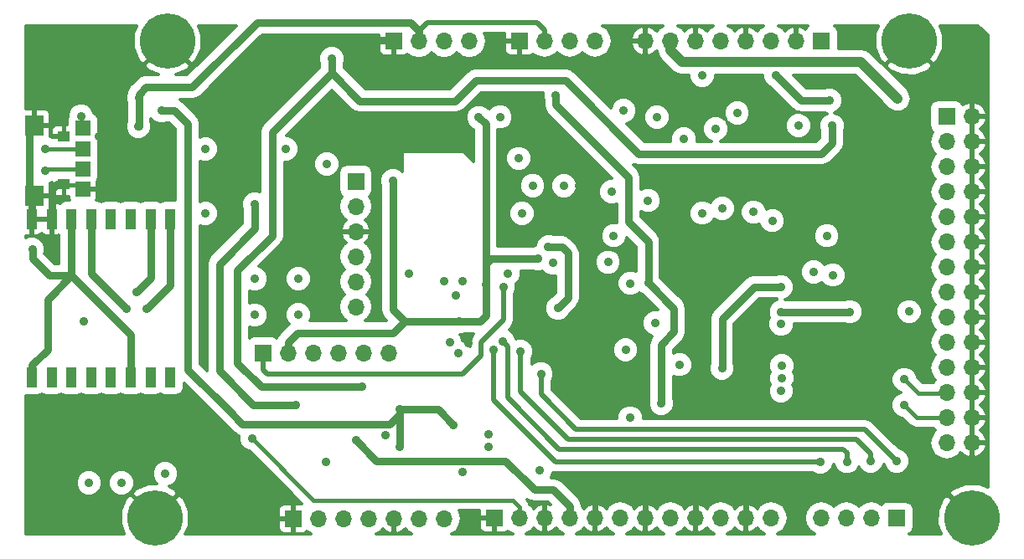
<source format=gbl>
G04 #@! TF.FileFunction,Copper,L4,Bot,Signal*
%FSLAX46Y46*%
G04 Gerber Fmt 4.6, Leading zero omitted, Abs format (unit mm)*
G04 Created by KiCad (PCBNEW 4.0.7-e2-6376~58~ubuntu16.04.1) date Sun Dec 30 12:21:21 2018*
%MOMM*%
%LPD*%
G01*
G04 APERTURE LIST*
%ADD10C,0.100000*%
%ADD11R,1.000000X2.000000*%
%ADD12R,1.700000X1.700000*%
%ADD13O,1.700000X1.700000*%
%ADD14R,1.500000X1.500000*%
%ADD15C,5.600000*%
%ADD16R,1.250000X1.050000*%
%ADD17R,1.900000X2.000000*%
%ADD18C,0.914400*%
%ADD19C,0.762000*%
%ADD20C,0.406400*%
%ADD21C,0.508000*%
%ADD22C,0.254000*%
%ADD23C,1.016000*%
%ADD24C,0.351000*%
G04 APERTURE END LIST*
D10*
D11*
X106440000Y-96770000D03*
X104440000Y-96770000D03*
X102440000Y-96770000D03*
X100440000Y-96770000D03*
X98440000Y-96770000D03*
X96440000Y-96770000D03*
X94440000Y-96770000D03*
X92440000Y-96770000D03*
X92440000Y-80770000D03*
X94440000Y-80770000D03*
X96440000Y-80770000D03*
X98440000Y-80770000D03*
X100440000Y-80770000D03*
X102440000Y-80770000D03*
X104440000Y-80770000D03*
X106440000Y-80770000D03*
D12*
X129030000Y-62790000D03*
D13*
X131570000Y-62790000D03*
X134110000Y-62790000D03*
X136650000Y-62790000D03*
D14*
X97600000Y-77750000D03*
X97600000Y-71600000D03*
X97600000Y-75700000D03*
X97600000Y-73650000D03*
D12*
X141740000Y-62780000D03*
D13*
X144280000Y-62780000D03*
X146820000Y-62780000D03*
X149360000Y-62780000D03*
D12*
X179840000Y-111040000D03*
D13*
X177300000Y-111040000D03*
X174760000Y-111040000D03*
X172220000Y-111040000D03*
D12*
X139200000Y-111040000D03*
D13*
X141740000Y-111040000D03*
X144280000Y-111040000D03*
X146820000Y-111040000D03*
X149360000Y-111040000D03*
X151900000Y-111040000D03*
X154440000Y-111040000D03*
X156980000Y-111040000D03*
X159520000Y-111040000D03*
X162060000Y-111040000D03*
X164600000Y-111040000D03*
X167140000Y-111040000D03*
D12*
X184890000Y-70410000D03*
D13*
X187430000Y-70410000D03*
X184890000Y-72950000D03*
X187430000Y-72950000D03*
X184890000Y-75490000D03*
X187430000Y-75490000D03*
X184890000Y-78030000D03*
X187430000Y-78030000D03*
X184890000Y-80570000D03*
X187430000Y-80570000D03*
X184890000Y-83110000D03*
X187430000Y-83110000D03*
X184890000Y-85650000D03*
X187430000Y-85650000D03*
X184890000Y-88190000D03*
X187430000Y-88190000D03*
X184890000Y-90730000D03*
X187430000Y-90730000D03*
X184890000Y-93270000D03*
X187430000Y-93270000D03*
X184890000Y-95810000D03*
X187430000Y-95810000D03*
X184890000Y-98350000D03*
X187430000Y-98350000D03*
X184890000Y-100890000D03*
X187430000Y-100890000D03*
X184890000Y-103430000D03*
X187430000Y-103430000D03*
D12*
X115820000Y-94340000D03*
D13*
X118360000Y-94340000D03*
X120900000Y-94340000D03*
X123440000Y-94340000D03*
X125980000Y-94340000D03*
X128520000Y-94340000D03*
D12*
X125170000Y-76950000D03*
D13*
X125170000Y-79490000D03*
X125170000Y-82030000D03*
X125170000Y-84570000D03*
X125170000Y-87110000D03*
X125170000Y-89650000D03*
D12*
X118880000Y-111090000D03*
D13*
X121420000Y-111090000D03*
X123960000Y-111090000D03*
X126500000Y-111090000D03*
X129040000Y-111090000D03*
X131580000Y-111090000D03*
X134120000Y-111090000D03*
D12*
X172220000Y-62770000D03*
D13*
X169680000Y-62770000D03*
X167140000Y-62770000D03*
X164600000Y-62770000D03*
X162060000Y-62770000D03*
X159520000Y-62770000D03*
X156980000Y-62770000D03*
X154440000Y-62770000D03*
D15*
X104880000Y-111020000D03*
X181090000Y-62780000D03*
X106150000Y-62770000D03*
X187420000Y-111010000D03*
D16*
X95700000Y-72425000D03*
X95700000Y-77275000D03*
D17*
X92700000Y-71293750D03*
X92700000Y-78406250D03*
D18*
X127610000Y-65760000D03*
X109840000Y-81850000D03*
X94740000Y-107470000D03*
X127740000Y-74940000D03*
X103290000Y-99460000D03*
X162760000Y-100480000D03*
X136570000Y-93300000D03*
X136850000Y-74110000D03*
X99250000Y-72410000D03*
X156910000Y-82700000D03*
X150740000Y-89920000D03*
X156230000Y-78410000D03*
X170370000Y-93540000D03*
X147760000Y-77420000D03*
X115380000Y-70620000D03*
X155310000Y-72590000D03*
X159010000Y-67910000D03*
X174350000Y-92650000D03*
X105540000Y-69800000D03*
X135050000Y-101580000D03*
X129590000Y-103850000D03*
X129590000Y-100040000D03*
X97730000Y-91140000D03*
X137610000Y-70490000D03*
X92490000Y-83830000D03*
X96450000Y-86500000D03*
X103230000Y-71390000D03*
X103250000Y-68510000D03*
X128900000Y-76910000D03*
X138300000Y-87420000D03*
X135660000Y-91120000D03*
X143600000Y-84760000D03*
X144640000Y-83590000D03*
X141630000Y-74640000D03*
X168200000Y-95610000D03*
X145600000Y-89800000D03*
X152890000Y-100890000D03*
X98230000Y-107470000D03*
X114970000Y-79230000D03*
X160190000Y-66250000D03*
X163700000Y-70050000D03*
X119100000Y-99560000D03*
X101510000Y-107460000D03*
X173290000Y-71320000D03*
X122750000Y-64530000D03*
X125780000Y-97760000D03*
X93770000Y-73650000D03*
X168200000Y-96860000D03*
X135270000Y-88530000D03*
X152250000Y-69800000D03*
X134060000Y-87080000D03*
X135960000Y-87060000D03*
X155600000Y-70450000D03*
X130560000Y-86320000D03*
X181100000Y-90140000D03*
X168170000Y-98150000D03*
X139070000Y-94010000D03*
X172150000Y-105350000D03*
X140010000Y-93130000D03*
X174790000Y-105310000D03*
X177210000Y-105260000D03*
X141830000Y-94180000D03*
X179830000Y-105280000D03*
X143880000Y-96440000D03*
X161550000Y-71640000D03*
X179930000Y-68600000D03*
X119360000Y-90440000D03*
X104050000Y-89840000D03*
X119360000Y-86820000D03*
X103010000Y-88150000D03*
X109960000Y-80210000D03*
X118080000Y-73690000D03*
X109950000Y-73690000D03*
X145390000Y-68240000D03*
X156050000Y-99410000D03*
X154720000Y-87230000D03*
X122240000Y-75210000D03*
X162170000Y-95860000D03*
X162210000Y-79690000D03*
X168120000Y-87620000D03*
X168150000Y-91410000D03*
X146200000Y-77420000D03*
X157890000Y-95500000D03*
X167620000Y-66240000D03*
X173060000Y-68780000D03*
X145130000Y-85220000D03*
X173370000Y-86430000D03*
X140550000Y-86300000D03*
X165360000Y-80070000D03*
X169900000Y-71320000D03*
X158330000Y-72660000D03*
X135980000Y-106400000D03*
X105930000Y-106550000D03*
X93770000Y-75910000D03*
X167250000Y-80940000D03*
X172760000Y-82460000D03*
X171440000Y-86130000D03*
X155420000Y-91290000D03*
X151240000Y-82460000D03*
X154710000Y-78900000D03*
X152890000Y-87270000D03*
X175100000Y-90150000D03*
X168170000Y-90160000D03*
X160190000Y-80170000D03*
X150660000Y-85140000D03*
X114680000Y-102950000D03*
X138570000Y-102580000D03*
X122130000Y-105380000D03*
X125210000Y-103170000D03*
X151020000Y-77990000D03*
X97410000Y-70360000D03*
X152430000Y-93990000D03*
X139750000Y-70440000D03*
X140070000Y-87630000D03*
X138580000Y-103850000D03*
X143750000Y-106220000D03*
X128180000Y-102670000D03*
X180600000Y-97000000D03*
X180600000Y-99600000D03*
X143040000Y-77390000D03*
X141980000Y-80180000D03*
X134650000Y-93250000D03*
X114990000Y-86830000D03*
X135550000Y-94350000D03*
X114990000Y-90480000D03*
X102020000Y-89860000D03*
D19*
X115380000Y-70620000D02*
X115380000Y-64580000D01*
X117250000Y-62710000D02*
X129030000Y-62710000D01*
X115380000Y-64580000D02*
X117250000Y-62710000D01*
X129030000Y-62710000D02*
X129030000Y-62790000D01*
X94440000Y-80770000D02*
X94440000Y-77760000D01*
X94440000Y-77760000D02*
X94980000Y-77220000D01*
X94980000Y-77220000D02*
X95700000Y-77220000D01*
X95700000Y-77220000D02*
X95700000Y-77275000D01*
X92700000Y-78406250D02*
X92220000Y-77926250D01*
X92220000Y-77926250D02*
X92220000Y-71293750D01*
X92220000Y-71293750D02*
X92700000Y-71293750D01*
X92440000Y-80770000D02*
X92440000Y-78406250D01*
X92440000Y-78406250D02*
X92700000Y-78406250D01*
D20*
X96050000Y-77285000D02*
X97600000Y-77275000D01*
X97600000Y-77275000D02*
X97600000Y-77750000D01*
X95700000Y-77275000D02*
X96050000Y-77285000D01*
X94740000Y-107470000D02*
X94730000Y-107480000D01*
D21*
X129030000Y-62790000D02*
X129030000Y-64210000D01*
X141740000Y-64370000D02*
X141740000Y-62780000D01*
X140980000Y-65130000D02*
X141740000Y-64370000D01*
X129950000Y-65130000D02*
X140980000Y-65130000D01*
X129030000Y-64210000D02*
X129950000Y-65130000D01*
D20*
X103290000Y-99460000D02*
X103300000Y-99460000D01*
D21*
X185150000Y-108740000D02*
X187420000Y-111010000D01*
D19*
X92860000Y-78510000D02*
X92700000Y-78350000D01*
X104880000Y-111020000D02*
X104880000Y-110950000D01*
X99240000Y-72400000D02*
X99250000Y-72410000D01*
D21*
X99240000Y-72400000D02*
X99250000Y-72410000D01*
D20*
X99250000Y-72410000D02*
X99240000Y-72400000D01*
D21*
X164090000Y-108740000D02*
X185150000Y-108740000D01*
X149430000Y-111030000D02*
X149430000Y-109400000D01*
X149430000Y-109400000D02*
X150090000Y-108740000D01*
X150090000Y-108740000D02*
X153830000Y-108740000D01*
X153830000Y-108740000D02*
X154510000Y-109420000D01*
X155190000Y-108740000D02*
X154510000Y-109420000D01*
X158970000Y-108740000D02*
X155190000Y-108740000D01*
X154510000Y-109420000D02*
X154510000Y-111030000D01*
X159590000Y-109360000D02*
X158970000Y-108740000D01*
X159590000Y-111030000D02*
X159590000Y-109360000D01*
X160210000Y-108740000D02*
X159590000Y-109360000D01*
X164670000Y-111030000D02*
X164670000Y-109320000D01*
X164670000Y-109320000D02*
X164090000Y-108740000D01*
X164090000Y-108740000D02*
X160210000Y-108740000D01*
X164670000Y-109320000D02*
X164090000Y-108740000D01*
D19*
X129590000Y-100040000D02*
X129590000Y-100550000D01*
X113720000Y-101530000D02*
X112230000Y-100040000D01*
X128610000Y-101530000D02*
X113720000Y-101530000D01*
X129590000Y-100550000D02*
X128610000Y-101530000D01*
X105540000Y-69800000D02*
X106860000Y-69800000D01*
X108190000Y-71130000D02*
X108190000Y-96000000D01*
X108190000Y-96000000D02*
X112230000Y-100040000D01*
X106860000Y-69800000D02*
X108190000Y-71130000D01*
X129590000Y-103850000D02*
X129590000Y-100040000D01*
X129590000Y-100040000D02*
X133510000Y-100040000D01*
X133510000Y-100040000D02*
X135050000Y-101580000D01*
X103250000Y-68510000D02*
X103250000Y-68140000D01*
X103250000Y-68140000D02*
X103960000Y-67430000D01*
X103960000Y-67430000D02*
X108630000Y-67430000D01*
X108630000Y-67430000D02*
X115180000Y-60880000D01*
X115180000Y-60880000D02*
X130700000Y-60880000D01*
X130700000Y-60880000D02*
X131570000Y-61750000D01*
X131570000Y-61750000D02*
X131570000Y-62790000D01*
X103250000Y-68510000D02*
X103250000Y-71370000D01*
X103250000Y-71370000D02*
X103230000Y-71390000D01*
X130700000Y-60880000D02*
X131570000Y-61750000D01*
X103250000Y-68140000D02*
X103960000Y-67430000D01*
X131570000Y-61750000D02*
X131570000Y-62790000D01*
D21*
X131570000Y-62790000D02*
X131570000Y-61750000D01*
X144280000Y-61660000D02*
X144280000Y-62780000D01*
X131570000Y-61750000D02*
X132440000Y-60880000D01*
X132440000Y-60880000D02*
X143500000Y-60880000D01*
X143500000Y-60880000D02*
X144280000Y-61660000D01*
D19*
X118360000Y-93200000D02*
X118360000Y-94340000D01*
X96450000Y-86500000D02*
X94190000Y-86500000D01*
X94190000Y-86500000D02*
X92500000Y-84810000D01*
X92500000Y-84810000D02*
X92490000Y-83830000D01*
X95850000Y-86500000D02*
X96450000Y-86500000D01*
D20*
X95850000Y-86500000D02*
X96450000Y-86500000D01*
D19*
X96450000Y-86500000D02*
X96450000Y-86500000D01*
X102440000Y-96770000D02*
X102440000Y-92490000D01*
X102440000Y-92490000D02*
X96450000Y-86500000D01*
X92440000Y-96770000D02*
X92440000Y-95560000D01*
X92440000Y-95560000D02*
X94020000Y-93980000D01*
X94020000Y-93980000D02*
X94020000Y-88930000D01*
X94020000Y-88930000D02*
X96450000Y-86500000D01*
X96440000Y-80770000D02*
X96440000Y-86490000D01*
X96440000Y-86490000D02*
X96450000Y-86500000D01*
X103250000Y-71370000D02*
X103230000Y-71390000D01*
D21*
X103250000Y-71370000D02*
X103230000Y-71390000D01*
D22*
X103230000Y-71390000D02*
X103250000Y-71370000D01*
D19*
X119250000Y-92310000D02*
X118360000Y-93200000D01*
X128930000Y-92310000D02*
X119250000Y-92310000D01*
X138300000Y-71180000D02*
X137610000Y-70490000D01*
X137700000Y-91120000D02*
X138300000Y-90520000D01*
X128900000Y-89900000D02*
X130120000Y-91120000D01*
X135660000Y-91120000D02*
X130120000Y-91120000D01*
X130120000Y-91120000D02*
X128930000Y-92310000D01*
X135660000Y-91120000D02*
X137700000Y-91120000D01*
X128900000Y-76910000D02*
X128900000Y-89900000D01*
X138300000Y-83790000D02*
X138300000Y-71180000D01*
X138300000Y-85260000D02*
X138300000Y-83790000D01*
X138300000Y-87420000D02*
X138300000Y-85260000D01*
X138300000Y-90520000D02*
X138300000Y-87420000D01*
X138800000Y-84760000D02*
X138300000Y-85260000D01*
X143600000Y-84760000D02*
X138800000Y-84760000D01*
X144640000Y-83590000D02*
X146000000Y-83590000D01*
X146000000Y-83590000D02*
X146610000Y-84200000D01*
X146610000Y-84200000D02*
X146610000Y-88790000D01*
X146610000Y-88790000D02*
X145600000Y-89800000D01*
X114800000Y-99560000D02*
X111370000Y-96130000D01*
X114970000Y-79230000D02*
X114970000Y-81750000D01*
X114970000Y-81750000D02*
X111370000Y-85350000D01*
X111370000Y-96130000D02*
X111370000Y-85350000D01*
X119100000Y-99560000D02*
X114800000Y-99560000D01*
X122750000Y-64530000D02*
X122750000Y-65990000D01*
X122750000Y-65990000D02*
X125580000Y-68820000D01*
X137290000Y-66750000D02*
X146380000Y-66750000D01*
X135220000Y-68820000D02*
X137290000Y-66750000D01*
X125580000Y-68820000D02*
X135220000Y-68820000D01*
X146380000Y-66750000D02*
X153780000Y-74150000D01*
X153780000Y-74150000D02*
X172230000Y-74150000D01*
X172230000Y-74150000D02*
X173290000Y-73090000D01*
X173290000Y-73090000D02*
X173290000Y-71320000D01*
X115610000Y-97760000D02*
X113210000Y-95360000D01*
X116740000Y-79780000D02*
X116740000Y-82450000D01*
X113210000Y-85980000D02*
X113210000Y-86590000D01*
X116740000Y-82450000D02*
X113210000Y-85980000D01*
X125780000Y-97760000D02*
X115610000Y-97760000D01*
X113210000Y-95360000D02*
X113210000Y-86590000D01*
X173290000Y-73090000D02*
X173290000Y-71320000D01*
X172230000Y-74150000D02*
X173290000Y-73090000D01*
X153780000Y-74150000D02*
X172230000Y-74150000D01*
X116740000Y-72000000D02*
X122750000Y-65990000D01*
X116740000Y-79780000D02*
X116740000Y-72000000D01*
D20*
X97600000Y-73650000D02*
X93770000Y-73650000D01*
X146730000Y-62780000D02*
X146760000Y-62780000D01*
D21*
X172150000Y-105350000D02*
X145360000Y-105350000D01*
X145360000Y-105350000D02*
X145085000Y-105075000D01*
X139070000Y-94010000D02*
X139070000Y-99060000D01*
X139070000Y-99060000D02*
X145085000Y-105075000D01*
X174790000Y-105310000D02*
X174790000Y-104420000D01*
X174790000Y-104420000D02*
X174421602Y-104051602D01*
D20*
X174790000Y-104420000D02*
X174421602Y-104051602D01*
D21*
X140010000Y-93130000D02*
X140010000Y-93160000D01*
X145701602Y-104051602D02*
X174421602Y-104051602D01*
X140510000Y-98860000D02*
X145701602Y-104051602D01*
X140510000Y-93660000D02*
X140510000Y-98860000D01*
X140010000Y-93160000D02*
X140510000Y-93660000D01*
X177210000Y-105260000D02*
X177210000Y-104470000D01*
X146630000Y-103040000D02*
X175780000Y-103040000D01*
X141830000Y-98240000D02*
X146630000Y-103040000D01*
X141830000Y-94180000D02*
X141830000Y-98240000D01*
X177210000Y-104470000D02*
X175780000Y-103040000D01*
X176620000Y-102070000D02*
X176620000Y-102040000D01*
X179830000Y-105280000D02*
X176620000Y-102070000D01*
X143880000Y-96440000D02*
X143880000Y-98500000D01*
X147420000Y-102040000D02*
X176620000Y-102040000D01*
X143880000Y-98500000D02*
X147420000Y-102040000D01*
D23*
X156980000Y-62770000D02*
X156980000Y-63710000D01*
X156980000Y-63710000D02*
X158150000Y-64880000D01*
X158150000Y-64880000D02*
X176210000Y-64880000D01*
X176210000Y-64880000D02*
X179930000Y-68600000D01*
D19*
X106440000Y-87450000D02*
X104050000Y-89840000D01*
X106440000Y-87450000D02*
X106440000Y-80770000D01*
X104440000Y-86720000D02*
X103010000Y-88150000D01*
X104440000Y-86720000D02*
X104440000Y-80770000D01*
X145390000Y-68240000D02*
X145390000Y-69210000D01*
X154720000Y-83040000D02*
X154720000Y-87230000D01*
X152760000Y-81080000D02*
X154720000Y-83040000D01*
X152760000Y-76580000D02*
X152760000Y-81080000D01*
X145390000Y-69210000D02*
X152760000Y-76580000D01*
X156050000Y-99410000D02*
X156050000Y-93450000D01*
X157340000Y-89850000D02*
X154720000Y-87230000D01*
X157340000Y-92160000D02*
X157340000Y-89850000D01*
X156050000Y-93450000D02*
X157340000Y-92160000D01*
X162170000Y-95860000D02*
X162170000Y-90880000D01*
X162170000Y-90880000D02*
X165430000Y-87620000D01*
X165430000Y-87620000D02*
X168120000Y-87620000D01*
X167620000Y-66240000D02*
X170140000Y-68760000D01*
X173060000Y-68760000D02*
X173060000Y-68780000D01*
X170140000Y-68760000D02*
X173060000Y-68760000D01*
D20*
X97600000Y-75700000D02*
X95440000Y-75700000D01*
X95440000Y-75700000D02*
X97600000Y-75700000D01*
X97600000Y-75700000D02*
X93770000Y-75700000D01*
X93770000Y-75700000D02*
X93770000Y-75910000D01*
D19*
X168170000Y-90160000D02*
X175090000Y-90160000D01*
X175090000Y-90160000D02*
X175100000Y-90150000D01*
D20*
X141740000Y-111040000D02*
X141740000Y-109900000D01*
X114680000Y-103000000D02*
X114680000Y-102950000D01*
X120880000Y-109200000D02*
X114680000Y-103000000D01*
X141040000Y-109200000D02*
X120880000Y-109200000D01*
X141740000Y-109900000D02*
X141040000Y-109200000D01*
D19*
X141750000Y-111040000D02*
X141740000Y-111040000D01*
X125210000Y-103170000D02*
X127260000Y-105220000D01*
X127260000Y-105220000D02*
X129920000Y-105220000D01*
X142975000Y-107885000D02*
X143260000Y-108170000D01*
X140310000Y-105220000D02*
X129920000Y-105220000D01*
X140310000Y-105220000D02*
X142975000Y-107885000D01*
X143260000Y-108170000D02*
X145140000Y-108170000D01*
X145140000Y-108170000D02*
X146820000Y-109850000D01*
X146820000Y-109850000D02*
X146820000Y-111040000D01*
X143260000Y-108170000D02*
X145140000Y-108170000D01*
X146820000Y-111040000D02*
X146820000Y-109850000D01*
X146820000Y-109850000D02*
X145140000Y-108170000D01*
D20*
X97410000Y-70360000D02*
X97410000Y-71600000D01*
X97410000Y-71600000D02*
X97600000Y-71600000D01*
X97690000Y-71600000D02*
X97600000Y-71600000D01*
D21*
X140070000Y-87630000D02*
X140070000Y-90980000D01*
X140070000Y-90980000D02*
X137820000Y-93230000D01*
X137820000Y-93230000D02*
X137820000Y-94630000D01*
X137820000Y-94630000D02*
X135980000Y-96470000D01*
X115820000Y-96020000D02*
X115820000Y-94340000D01*
X116270000Y-96470000D02*
X115820000Y-96020000D01*
X135980000Y-96470000D02*
X116270000Y-96470000D01*
D20*
X182000000Y-98400000D02*
X184840000Y-98400000D01*
X180600000Y-97000000D02*
X182000000Y-98400000D01*
X184840000Y-98400000D02*
X184890000Y-98350000D01*
X181890000Y-100890000D02*
X184890000Y-100890000D01*
X180600000Y-99600000D02*
X181890000Y-100890000D01*
D19*
X98440000Y-80770000D02*
X98440000Y-86280000D01*
X98440000Y-86280000D02*
X102020000Y-89860000D01*
D24*
G36*
X177618908Y-62027395D02*
X177595119Y-63413013D01*
X178103395Y-64702261D01*
X178171138Y-64803646D01*
X178644499Y-65114485D01*
X180978984Y-62780000D01*
X180964842Y-62765858D01*
X181075858Y-62654842D01*
X181090000Y-62668984D01*
X181104142Y-62654842D01*
X181215158Y-62765858D01*
X181201016Y-62780000D01*
X183535501Y-65114485D01*
X184008862Y-64803646D01*
X184561092Y-63532605D01*
X184584881Y-62146987D01*
X184209765Y-61195500D01*
X188066646Y-61195500D01*
X189044500Y-62173355D01*
X189044500Y-107917721D01*
X188172605Y-107538908D01*
X186786987Y-107515119D01*
X185497739Y-108023395D01*
X185396354Y-108091138D01*
X185085515Y-108564499D01*
X187420000Y-110898984D01*
X187434142Y-110884842D01*
X187545158Y-110995858D01*
X187531016Y-111010000D01*
X187545158Y-111024142D01*
X187434142Y-111135158D01*
X187420000Y-111121016D01*
X187405858Y-111135158D01*
X187294842Y-111024142D01*
X187308984Y-111010000D01*
X184974499Y-108675515D01*
X184501138Y-108986354D01*
X183948908Y-110257395D01*
X183925119Y-111643013D01*
X184323890Y-112654500D01*
X181118724Y-112654500D01*
X181312420Y-112529860D01*
X181512324Y-112237292D01*
X181582652Y-111890000D01*
X181582652Y-110190000D01*
X181521604Y-109865559D01*
X181329860Y-109567580D01*
X181037292Y-109367676D01*
X180690000Y-109297348D01*
X178990000Y-109297348D01*
X178665559Y-109358396D01*
X178367580Y-109550140D01*
X178304709Y-109642154D01*
X177960320Y-109412041D01*
X177300000Y-109280695D01*
X176639680Y-109412041D01*
X176079887Y-109786082D01*
X176030000Y-109860743D01*
X175980113Y-109786082D01*
X175420320Y-109412041D01*
X174760000Y-109280695D01*
X174099680Y-109412041D01*
X173539887Y-109786082D01*
X173490000Y-109860743D01*
X173440113Y-109786082D01*
X172880320Y-109412041D01*
X172220000Y-109280695D01*
X171559680Y-109412041D01*
X170999887Y-109786082D01*
X170625846Y-110345875D01*
X170494500Y-111006195D01*
X170494500Y-111073805D01*
X170625846Y-111734125D01*
X170999887Y-112293918D01*
X171539537Y-112654500D01*
X167820463Y-112654500D01*
X168360113Y-112293918D01*
X168734154Y-111734125D01*
X168865500Y-111073805D01*
X168865500Y-111006195D01*
X168734154Y-110345875D01*
X168360113Y-109786082D01*
X167800320Y-109412041D01*
X167140000Y-109280695D01*
X166479680Y-109412041D01*
X165919887Y-109786082D01*
X165741735Y-110052706D01*
X165436682Y-109754854D01*
X164917111Y-109539646D01*
X164678500Y-109679638D01*
X164678500Y-110961500D01*
X164698500Y-110961500D01*
X164698500Y-111118500D01*
X164678500Y-111118500D01*
X164678500Y-112400362D01*
X164917111Y-112540354D01*
X165436682Y-112325146D01*
X165741735Y-112027294D01*
X165919887Y-112293918D01*
X166459537Y-112654500D01*
X162740463Y-112654500D01*
X163280113Y-112293918D01*
X163458265Y-112027294D01*
X163763318Y-112325146D01*
X164282889Y-112540354D01*
X164521500Y-112400362D01*
X164521500Y-111118500D01*
X164501500Y-111118500D01*
X164501500Y-110961500D01*
X164521500Y-110961500D01*
X164521500Y-109679638D01*
X164282889Y-109539646D01*
X163763318Y-109754854D01*
X163458265Y-110052706D01*
X163280113Y-109786082D01*
X162720320Y-109412041D01*
X162060000Y-109280695D01*
X161399680Y-109412041D01*
X160839887Y-109786082D01*
X160661735Y-110052706D01*
X160356682Y-109754854D01*
X159837111Y-109539646D01*
X159598500Y-109679638D01*
X159598500Y-110961500D01*
X159618500Y-110961500D01*
X159618500Y-111118500D01*
X159598500Y-111118500D01*
X159598500Y-112400362D01*
X159837111Y-112540354D01*
X160356682Y-112325146D01*
X160661735Y-112027294D01*
X160839887Y-112293918D01*
X161379537Y-112654500D01*
X157660463Y-112654500D01*
X158200113Y-112293918D01*
X158378265Y-112027294D01*
X158683318Y-112325146D01*
X159202889Y-112540354D01*
X159441500Y-112400362D01*
X159441500Y-111118500D01*
X159421500Y-111118500D01*
X159421500Y-110961500D01*
X159441500Y-110961500D01*
X159441500Y-109679638D01*
X159202889Y-109539646D01*
X158683318Y-109754854D01*
X158378265Y-110052706D01*
X158200113Y-109786082D01*
X157640320Y-109412041D01*
X156980000Y-109280695D01*
X156319680Y-109412041D01*
X155759887Y-109786082D01*
X155581735Y-110052706D01*
X155276682Y-109754854D01*
X154757111Y-109539646D01*
X154518500Y-109679638D01*
X154518500Y-110961500D01*
X154538500Y-110961500D01*
X154538500Y-111118500D01*
X154518500Y-111118500D01*
X154518500Y-112400362D01*
X154757111Y-112540354D01*
X155276682Y-112325146D01*
X155581735Y-112027294D01*
X155759887Y-112293918D01*
X156299537Y-112654500D01*
X152580463Y-112654500D01*
X153120113Y-112293918D01*
X153298265Y-112027294D01*
X153603318Y-112325146D01*
X154122889Y-112540354D01*
X154361500Y-112400362D01*
X154361500Y-111118500D01*
X154341500Y-111118500D01*
X154341500Y-110961500D01*
X154361500Y-110961500D01*
X154361500Y-109679638D01*
X154122889Y-109539646D01*
X153603318Y-109754854D01*
X153298265Y-110052706D01*
X153120113Y-109786082D01*
X152560320Y-109412041D01*
X151900000Y-109280695D01*
X151239680Y-109412041D01*
X150679887Y-109786082D01*
X150501735Y-110052706D01*
X150196682Y-109754854D01*
X149677111Y-109539646D01*
X149438500Y-109679638D01*
X149438500Y-110961500D01*
X149458500Y-110961500D01*
X149458500Y-111118500D01*
X149438500Y-111118500D01*
X149438500Y-112400362D01*
X149677111Y-112540354D01*
X150196682Y-112325146D01*
X150501735Y-112027294D01*
X150679887Y-112293918D01*
X151219537Y-112654500D01*
X147500463Y-112654500D01*
X148040113Y-112293918D01*
X148218265Y-112027294D01*
X148523318Y-112325146D01*
X149042889Y-112540354D01*
X149281500Y-112400362D01*
X149281500Y-111118500D01*
X149261500Y-111118500D01*
X149261500Y-110961500D01*
X149281500Y-110961500D01*
X149281500Y-109679638D01*
X149042889Y-109539646D01*
X148523318Y-109754854D01*
X148218265Y-110052706D01*
X148073822Y-109836531D01*
X147980855Y-109369158D01*
X147708480Y-108961520D01*
X146028480Y-107281520D01*
X145620842Y-107009145D01*
X145140000Y-106913500D01*
X144905059Y-106913500D01*
X145082468Y-106486253D01*
X145082522Y-106424306D01*
X145360000Y-106479500D01*
X171394946Y-106479500D01*
X171883747Y-106682468D01*
X172413927Y-106682931D01*
X172903928Y-106480467D01*
X173279149Y-106105899D01*
X173478503Y-105625802D01*
X173659533Y-106063928D01*
X174034101Y-106439149D01*
X174523747Y-106642468D01*
X175053927Y-106642931D01*
X175543928Y-106440467D01*
X175919149Y-106065899D01*
X176010303Y-105846377D01*
X176079533Y-106013928D01*
X176454101Y-106389149D01*
X176943747Y-106592468D01*
X177473927Y-106592931D01*
X177963928Y-106390467D01*
X178339149Y-106015899D01*
X178516052Y-105589870D01*
X178699533Y-106033928D01*
X179074101Y-106409149D01*
X179563747Y-106612468D01*
X180093927Y-106612931D01*
X180583928Y-106410467D01*
X180959149Y-106035899D01*
X181162468Y-105546253D01*
X181162931Y-105016073D01*
X180960467Y-104526072D01*
X180585899Y-104150851D01*
X180096253Y-103947532D01*
X180094885Y-103947531D01*
X177479087Y-101331733D01*
X177418677Y-101241323D01*
X177052241Y-100996478D01*
X176620000Y-100910500D01*
X154222683Y-100910500D01*
X154222931Y-100626073D01*
X154020467Y-100136072D01*
X153645899Y-99760851D01*
X153156253Y-99557532D01*
X152626073Y-99557069D01*
X152136072Y-99759533D01*
X151760851Y-100134101D01*
X151557532Y-100623747D01*
X151557282Y-100910500D01*
X147887854Y-100910500D01*
X145009500Y-98032146D01*
X145009500Y-97195054D01*
X145212468Y-96706253D01*
X145212931Y-96176073D01*
X145010467Y-95686072D01*
X144635899Y-95310851D01*
X144146253Y-95107532D01*
X143616073Y-95107069D01*
X143126072Y-95309533D01*
X142959500Y-95475815D01*
X142959500Y-94935054D01*
X143162468Y-94446253D01*
X143162635Y-94253927D01*
X151097069Y-94253927D01*
X151299533Y-94743928D01*
X151674101Y-95119149D01*
X152163747Y-95322468D01*
X152693927Y-95322931D01*
X153183928Y-95120467D01*
X153559149Y-94745899D01*
X153762468Y-94256253D01*
X153762931Y-93726073D01*
X153560467Y-93236072D01*
X153185899Y-92860851D01*
X152696253Y-92657532D01*
X152166073Y-92657069D01*
X151676072Y-92859533D01*
X151300851Y-93234101D01*
X151097532Y-93723747D01*
X151097069Y-94253927D01*
X143162635Y-94253927D01*
X143162931Y-93916073D01*
X142960467Y-93426072D01*
X142585899Y-93050851D01*
X142096253Y-92847532D01*
X141566073Y-92847069D01*
X141356902Y-92933497D01*
X141342890Y-92912527D01*
X141342931Y-92866073D01*
X141140467Y-92376072D01*
X140765899Y-92000851D01*
X140681534Y-91965820D01*
X140868677Y-91778677D01*
X141113522Y-91412241D01*
X141199500Y-90980000D01*
X141199500Y-88385054D01*
X141402468Y-87896253D01*
X141402931Y-87366073D01*
X141392857Y-87341693D01*
X141679149Y-87055899D01*
X141882468Y-86566253D01*
X141882931Y-86036073D01*
X141874844Y-86016500D01*
X143150796Y-86016500D01*
X143333747Y-86092468D01*
X143863927Y-86092931D01*
X144044038Y-86018511D01*
X144374101Y-86349149D01*
X144863747Y-86552468D01*
X145353500Y-86552896D01*
X145353500Y-88269541D01*
X145029156Y-88593884D01*
X144846072Y-88669533D01*
X144470851Y-89044101D01*
X144267532Y-89533747D01*
X144267069Y-90063927D01*
X144469533Y-90553928D01*
X144844101Y-90929149D01*
X145333747Y-91132468D01*
X145863927Y-91132931D01*
X146353928Y-90930467D01*
X146729149Y-90555899D01*
X146805902Y-90371058D01*
X147498477Y-89678482D01*
X147498480Y-89678480D01*
X147770855Y-89270842D01*
X147795475Y-89147069D01*
X147866501Y-88790000D01*
X147866500Y-88789995D01*
X147866500Y-85403927D01*
X149327069Y-85403927D01*
X149529533Y-85893928D01*
X149904101Y-86269149D01*
X150393747Y-86472468D01*
X150923927Y-86472931D01*
X151413928Y-86270467D01*
X151789149Y-85895899D01*
X151992468Y-85406253D01*
X151992931Y-84876073D01*
X151790467Y-84386072D01*
X151415899Y-84010851D01*
X150926253Y-83807532D01*
X150396073Y-83807069D01*
X149906072Y-84009533D01*
X149530851Y-84384101D01*
X149327532Y-84873747D01*
X149327069Y-85403927D01*
X147866500Y-85403927D01*
X147866500Y-84200000D01*
X147770855Y-83719158D01*
X147498480Y-83311520D01*
X147498477Y-83311518D01*
X146888480Y-82701520D01*
X146480842Y-82429145D01*
X146000000Y-82333500D01*
X145089204Y-82333500D01*
X144906253Y-82257532D01*
X144376073Y-82257069D01*
X143886072Y-82459533D01*
X143510851Y-82834101D01*
X143307532Y-83323747D01*
X143307431Y-83438903D01*
X143151096Y-83503500D01*
X139556500Y-83503500D01*
X139556500Y-80443927D01*
X140647069Y-80443927D01*
X140849533Y-80933928D01*
X141224101Y-81309149D01*
X141713747Y-81512468D01*
X142243927Y-81512931D01*
X142733928Y-81310467D01*
X143109149Y-80935899D01*
X143312468Y-80446253D01*
X143312931Y-79916073D01*
X143110467Y-79426072D01*
X142735899Y-79050851D01*
X142246253Y-78847532D01*
X141716073Y-78847069D01*
X141226072Y-79049533D01*
X140850851Y-79424101D01*
X140647532Y-79913747D01*
X140647069Y-80443927D01*
X139556500Y-80443927D01*
X139556500Y-77653927D01*
X141707069Y-77653927D01*
X141909533Y-78143928D01*
X142284101Y-78519149D01*
X142773747Y-78722468D01*
X143303927Y-78722931D01*
X143793928Y-78520467D01*
X144169149Y-78145899D01*
X144360976Y-77683927D01*
X144867069Y-77683927D01*
X145069533Y-78173928D01*
X145444101Y-78549149D01*
X145933747Y-78752468D01*
X146463927Y-78752931D01*
X146953928Y-78550467D01*
X147329149Y-78175899D01*
X147532468Y-77686253D01*
X147532931Y-77156073D01*
X147330467Y-76666072D01*
X146955899Y-76290851D01*
X146466253Y-76087532D01*
X145936073Y-76087069D01*
X145446072Y-76289533D01*
X145070851Y-76664101D01*
X144867532Y-77153747D01*
X144867069Y-77683927D01*
X144360976Y-77683927D01*
X144372468Y-77656253D01*
X144372931Y-77126073D01*
X144170467Y-76636072D01*
X143795899Y-76260851D01*
X143306253Y-76057532D01*
X142776073Y-76057069D01*
X142286072Y-76259533D01*
X141910851Y-76634101D01*
X141707532Y-77123747D01*
X141707069Y-77653927D01*
X139556500Y-77653927D01*
X139556500Y-74903927D01*
X140297069Y-74903927D01*
X140499533Y-75393928D01*
X140874101Y-75769149D01*
X141363747Y-75972468D01*
X141893927Y-75972931D01*
X142383928Y-75770467D01*
X142759149Y-75395899D01*
X142962468Y-74906253D01*
X142962931Y-74376073D01*
X142760467Y-73886072D01*
X142385899Y-73510851D01*
X141896253Y-73307532D01*
X141366073Y-73307069D01*
X140876072Y-73509533D01*
X140500851Y-73884101D01*
X140297532Y-74373747D01*
X140297069Y-74903927D01*
X139556500Y-74903927D01*
X139556500Y-71772532D01*
X140013927Y-71772931D01*
X140503928Y-71570467D01*
X140879149Y-71195899D01*
X141082468Y-70706253D01*
X141082931Y-70176073D01*
X140880467Y-69686072D01*
X140505899Y-69310851D01*
X140016253Y-69107532D01*
X139486073Y-69107069D01*
X138996072Y-69309533D01*
X138654778Y-69650233D01*
X138365899Y-69360851D01*
X137876253Y-69157532D01*
X137346073Y-69157069D01*
X136856072Y-69359533D01*
X136480851Y-69734101D01*
X136277532Y-70223747D01*
X136277069Y-70753927D01*
X136479533Y-71243928D01*
X136854101Y-71619149D01*
X137038942Y-71695902D01*
X137043500Y-71700460D01*
X137043500Y-74955306D01*
X136034097Y-73945903D01*
X135978279Y-73908327D01*
X135910000Y-73894500D01*
X130050000Y-73894500D01*
X129986213Y-73906502D01*
X129927629Y-73944200D01*
X129888327Y-74001721D01*
X129874500Y-74070000D01*
X129874500Y-75999833D01*
X129655899Y-75780851D01*
X129166253Y-75577532D01*
X128636073Y-75577069D01*
X128146072Y-75779533D01*
X127770851Y-76154101D01*
X127567532Y-76643747D01*
X127567069Y-77173927D01*
X127643500Y-77358904D01*
X127643500Y-89900000D01*
X127739145Y-90380842D01*
X128011520Y-90788480D01*
X128276540Y-91053500D01*
X126149459Y-91053500D01*
X126423918Y-90870113D01*
X126797959Y-90310320D01*
X126929305Y-89650000D01*
X126797959Y-88989680D01*
X126423918Y-88429887D01*
X126349257Y-88380000D01*
X126423918Y-88330113D01*
X126797959Y-87770320D01*
X126929305Y-87110000D01*
X126797959Y-86449680D01*
X126423918Y-85889887D01*
X126349257Y-85840000D01*
X126423918Y-85790113D01*
X126797959Y-85230320D01*
X126929305Y-84570000D01*
X126797959Y-83909680D01*
X126423918Y-83349887D01*
X126157294Y-83171735D01*
X126455146Y-82866682D01*
X126670354Y-82347111D01*
X126530362Y-82108500D01*
X125248500Y-82108500D01*
X125248500Y-82128500D01*
X125091500Y-82128500D01*
X125091500Y-82108500D01*
X123809638Y-82108500D01*
X123669646Y-82347111D01*
X123884854Y-82866682D01*
X124182706Y-83171735D01*
X123916082Y-83349887D01*
X123542041Y-83909680D01*
X123410695Y-84570000D01*
X123542041Y-85230320D01*
X123916082Y-85790113D01*
X123990743Y-85840000D01*
X123916082Y-85889887D01*
X123542041Y-86449680D01*
X123410695Y-87110000D01*
X123542041Y-87770320D01*
X123916082Y-88330113D01*
X123990743Y-88380000D01*
X123916082Y-88429887D01*
X123542041Y-88989680D01*
X123410695Y-89650000D01*
X123542041Y-90310320D01*
X123916082Y-90870113D01*
X124190541Y-91053500D01*
X120548278Y-91053500D01*
X120692468Y-90706253D01*
X120692931Y-90176073D01*
X120490467Y-89686072D01*
X120115899Y-89310851D01*
X119626253Y-89107532D01*
X119096073Y-89107069D01*
X118606072Y-89309533D01*
X118230851Y-89684101D01*
X118027532Y-90173747D01*
X118027069Y-90703927D01*
X118229533Y-91193928D01*
X118418633Y-91383358D01*
X118361520Y-91421520D01*
X117471520Y-92311520D01*
X117199145Y-92719158D01*
X117186402Y-92783224D01*
X117017292Y-92667676D01*
X116670000Y-92597348D01*
X114970000Y-92597348D01*
X114645559Y-92658396D01*
X114466500Y-92773617D01*
X114466500Y-91705650D01*
X114723747Y-91812468D01*
X115253927Y-91812931D01*
X115743928Y-91610467D01*
X116119149Y-91235899D01*
X116322468Y-90746253D01*
X116322931Y-90216073D01*
X116120467Y-89726072D01*
X115745899Y-89350851D01*
X115256253Y-89147532D01*
X114726073Y-89147069D01*
X114466500Y-89254322D01*
X114466500Y-88055650D01*
X114723747Y-88162468D01*
X115253927Y-88162931D01*
X115743928Y-87960467D01*
X116119149Y-87585899D01*
X116322468Y-87096253D01*
X116322478Y-87083927D01*
X118027069Y-87083927D01*
X118229533Y-87573928D01*
X118604101Y-87949149D01*
X119093747Y-88152468D01*
X119623927Y-88152931D01*
X120113928Y-87950467D01*
X120489149Y-87575899D01*
X120692468Y-87086253D01*
X120692931Y-86556073D01*
X120490467Y-86066072D01*
X120115899Y-85690851D01*
X119626253Y-85487532D01*
X119096073Y-85487069D01*
X118606072Y-85689533D01*
X118230851Y-86064101D01*
X118027532Y-86553747D01*
X118027069Y-87083927D01*
X116322478Y-87083927D01*
X116322931Y-86566073D01*
X116120467Y-86076072D01*
X115745899Y-85700851D01*
X115406882Y-85560078D01*
X117628480Y-83338480D01*
X117900855Y-82930842D01*
X117996501Y-82450000D01*
X117996500Y-82449995D01*
X117996500Y-79490000D01*
X123410695Y-79490000D01*
X123542041Y-80150320D01*
X123916082Y-80710113D01*
X124182706Y-80888265D01*
X123884854Y-81193318D01*
X123669646Y-81712889D01*
X123809638Y-81951500D01*
X125091500Y-81951500D01*
X125091500Y-81931500D01*
X125248500Y-81931500D01*
X125248500Y-81951500D01*
X126530362Y-81951500D01*
X126670354Y-81712889D01*
X126455146Y-81193318D01*
X126157294Y-80888265D01*
X126423918Y-80710113D01*
X126797959Y-80150320D01*
X126929305Y-79490000D01*
X126797959Y-78829680D01*
X126569040Y-78487078D01*
X126642420Y-78439860D01*
X126842324Y-78147292D01*
X126912652Y-77800000D01*
X126912652Y-76100000D01*
X126851604Y-75775559D01*
X126659860Y-75477580D01*
X126367292Y-75277676D01*
X126020000Y-75207348D01*
X124320000Y-75207348D01*
X123995559Y-75268396D01*
X123697580Y-75460140D01*
X123497676Y-75752708D01*
X123427348Y-76100000D01*
X123427348Y-77800000D01*
X123488396Y-78124441D01*
X123680140Y-78422420D01*
X123772154Y-78485291D01*
X123542041Y-78829680D01*
X123410695Y-79490000D01*
X117996500Y-79490000D01*
X117996500Y-75473927D01*
X120907069Y-75473927D01*
X121109533Y-75963928D01*
X121484101Y-76339149D01*
X121973747Y-76542468D01*
X122503927Y-76542931D01*
X122993928Y-76340467D01*
X123369149Y-75965899D01*
X123572468Y-75476253D01*
X123572931Y-74946073D01*
X123370467Y-74456072D01*
X122995899Y-74080851D01*
X122506253Y-73877532D01*
X121976073Y-73877069D01*
X121486072Y-74079533D01*
X121110851Y-74454101D01*
X120907532Y-74943747D01*
X120907069Y-75473927D01*
X117996500Y-75473927D01*
X117996500Y-75022628D01*
X118343927Y-75022931D01*
X118833928Y-74820467D01*
X119209149Y-74445899D01*
X119412468Y-73956253D01*
X119412931Y-73426073D01*
X119210467Y-72936072D01*
X118835899Y-72560851D01*
X118346253Y-72357532D01*
X118159591Y-72357369D01*
X122750000Y-67766959D01*
X124691518Y-69708477D01*
X124691520Y-69708480D01*
X124993815Y-69910467D01*
X125099158Y-69980855D01*
X125580000Y-70076500D01*
X135220000Y-70076500D01*
X135700842Y-69980855D01*
X136108480Y-69708480D01*
X137810460Y-68006500D01*
X144057503Y-68006500D01*
X144057069Y-68503927D01*
X144133500Y-68688904D01*
X144133500Y-69210000D01*
X144229145Y-69690842D01*
X144501520Y-70098480D01*
X151060375Y-76657335D01*
X150756073Y-76657069D01*
X150266072Y-76859533D01*
X149890851Y-77234101D01*
X149687532Y-77723747D01*
X149687069Y-78253927D01*
X149889533Y-78743928D01*
X150264101Y-79119149D01*
X150753747Y-79322468D01*
X151283927Y-79322931D01*
X151503500Y-79232205D01*
X151503500Y-81080000D01*
X151513558Y-81130565D01*
X151506253Y-81127532D01*
X150976073Y-81127069D01*
X150486072Y-81329533D01*
X150110851Y-81704101D01*
X149907532Y-82193747D01*
X149907069Y-82723927D01*
X150109533Y-83213928D01*
X150484101Y-83589149D01*
X150973747Y-83792468D01*
X151503927Y-83792931D01*
X151993928Y-83590467D01*
X152369149Y-83215899D01*
X152572468Y-82726253D01*
X152572518Y-82669477D01*
X153463500Y-83560459D01*
X153463500Y-86065112D01*
X153156253Y-85937532D01*
X152626073Y-85937069D01*
X152136072Y-86139533D01*
X151760851Y-86514101D01*
X151557532Y-87003747D01*
X151557069Y-87533927D01*
X151759533Y-88023928D01*
X152134101Y-88399149D01*
X152623747Y-88602468D01*
X153153927Y-88602931D01*
X153643928Y-88400467D01*
X153824952Y-88219758D01*
X153964101Y-88359149D01*
X154148942Y-88435902D01*
X155670559Y-89957518D01*
X155156073Y-89957069D01*
X154666072Y-90159533D01*
X154290851Y-90534101D01*
X154087532Y-91023747D01*
X154087069Y-91553927D01*
X154289533Y-92043928D01*
X154664101Y-92419149D01*
X155127953Y-92611757D01*
X154889145Y-92969158D01*
X154793500Y-93450000D01*
X154793500Y-98960796D01*
X154717532Y-99143747D01*
X154717069Y-99673927D01*
X154919533Y-100163928D01*
X155294101Y-100539149D01*
X155783747Y-100742468D01*
X156313927Y-100742931D01*
X156803928Y-100540467D01*
X157179149Y-100165899D01*
X157382468Y-99676253D01*
X157382931Y-99146073D01*
X157306500Y-98961096D01*
X157306500Y-98413927D01*
X166837069Y-98413927D01*
X167039533Y-98903928D01*
X167414101Y-99279149D01*
X167903747Y-99482468D01*
X168433927Y-99482931D01*
X168923928Y-99280467D01*
X169299149Y-98905899D01*
X169502468Y-98416253D01*
X169502931Y-97886073D01*
X169360300Y-97540879D01*
X169475300Y-97263927D01*
X179267069Y-97263927D01*
X179469533Y-97753928D01*
X179844101Y-98129149D01*
X180255964Y-98300169D01*
X179846072Y-98469533D01*
X179470851Y-98844101D01*
X179267532Y-99333747D01*
X179267069Y-99863927D01*
X179469533Y-100353928D01*
X179844101Y-100729149D01*
X180333747Y-100932468D01*
X180407020Y-100932532D01*
X181127244Y-101652756D01*
X181477199Y-101886589D01*
X181890000Y-101968700D01*
X183541593Y-101968700D01*
X183636082Y-102110113D01*
X183710743Y-102160000D01*
X183636082Y-102209887D01*
X183262041Y-102769680D01*
X183130695Y-103430000D01*
X183262041Y-104090320D01*
X183636082Y-104650113D01*
X184195875Y-105024154D01*
X184856195Y-105155500D01*
X184923805Y-105155500D01*
X185584125Y-105024154D01*
X186143918Y-104650113D01*
X186296406Y-104421898D01*
X186562864Y-104694798D01*
X187112888Y-104930360D01*
X187351500Y-104790620D01*
X187351500Y-103508500D01*
X187508500Y-103508500D01*
X187508500Y-104790620D01*
X187747112Y-104930360D01*
X188297136Y-104694798D01*
X188715146Y-104266682D01*
X188930354Y-103747111D01*
X188790362Y-103508500D01*
X187508500Y-103508500D01*
X187351500Y-103508500D01*
X187331500Y-103508500D01*
X187331500Y-103351500D01*
X187351500Y-103351500D01*
X187351500Y-100968500D01*
X187508500Y-100968500D01*
X187508500Y-103351500D01*
X188790362Y-103351500D01*
X188930354Y-103112889D01*
X188715146Y-102593318D01*
X188297136Y-102165202D01*
X188284990Y-102160000D01*
X188297136Y-102154798D01*
X188715146Y-101726682D01*
X188930354Y-101207111D01*
X188790362Y-100968500D01*
X187508500Y-100968500D01*
X187351500Y-100968500D01*
X187331500Y-100968500D01*
X187331500Y-100811500D01*
X187351500Y-100811500D01*
X187351500Y-98428500D01*
X187508500Y-98428500D01*
X187508500Y-100811500D01*
X188790362Y-100811500D01*
X188930354Y-100572889D01*
X188715146Y-100053318D01*
X188297136Y-99625202D01*
X188284990Y-99620000D01*
X188297136Y-99614798D01*
X188715146Y-99186682D01*
X188930354Y-98667111D01*
X188790362Y-98428500D01*
X187508500Y-98428500D01*
X187351500Y-98428500D01*
X187331500Y-98428500D01*
X187331500Y-98271500D01*
X187351500Y-98271500D01*
X187351500Y-95888500D01*
X187508500Y-95888500D01*
X187508500Y-98271500D01*
X188790362Y-98271500D01*
X188930354Y-98032889D01*
X188715146Y-97513318D01*
X188297136Y-97085202D01*
X188284990Y-97080000D01*
X188297136Y-97074798D01*
X188715146Y-96646682D01*
X188930354Y-96127111D01*
X188790362Y-95888500D01*
X187508500Y-95888500D01*
X187351500Y-95888500D01*
X187331500Y-95888500D01*
X187331500Y-95731500D01*
X187351500Y-95731500D01*
X187351500Y-93348500D01*
X187508500Y-93348500D01*
X187508500Y-95731500D01*
X188790362Y-95731500D01*
X188930354Y-95492889D01*
X188715146Y-94973318D01*
X188297136Y-94545202D01*
X188284990Y-94540000D01*
X188297136Y-94534798D01*
X188715146Y-94106682D01*
X188930354Y-93587111D01*
X188790362Y-93348500D01*
X187508500Y-93348500D01*
X187351500Y-93348500D01*
X187331500Y-93348500D01*
X187331500Y-93191500D01*
X187351500Y-93191500D01*
X187351500Y-90808500D01*
X187508500Y-90808500D01*
X187508500Y-93191500D01*
X188790362Y-93191500D01*
X188930354Y-92952889D01*
X188715146Y-92433318D01*
X188297136Y-92005202D01*
X188284990Y-92000000D01*
X188297136Y-91994798D01*
X188715146Y-91566682D01*
X188930354Y-91047111D01*
X188790362Y-90808500D01*
X187508500Y-90808500D01*
X187351500Y-90808500D01*
X187331500Y-90808500D01*
X187331500Y-90651500D01*
X187351500Y-90651500D01*
X187351500Y-88268500D01*
X187508500Y-88268500D01*
X187508500Y-90651500D01*
X188790362Y-90651500D01*
X188930354Y-90412889D01*
X188715146Y-89893318D01*
X188297136Y-89465202D01*
X188284990Y-89460000D01*
X188297136Y-89454798D01*
X188715146Y-89026682D01*
X188930354Y-88507111D01*
X188790362Y-88268500D01*
X187508500Y-88268500D01*
X187351500Y-88268500D01*
X187331500Y-88268500D01*
X187331500Y-88111500D01*
X187351500Y-88111500D01*
X187351500Y-85728500D01*
X187508500Y-85728500D01*
X187508500Y-88111500D01*
X188790362Y-88111500D01*
X188930354Y-87872889D01*
X188715146Y-87353318D01*
X188297136Y-86925202D01*
X188284990Y-86920000D01*
X188297136Y-86914798D01*
X188715146Y-86486682D01*
X188930354Y-85967111D01*
X188790362Y-85728500D01*
X187508500Y-85728500D01*
X187351500Y-85728500D01*
X187331500Y-85728500D01*
X187331500Y-85571500D01*
X187351500Y-85571500D01*
X187351500Y-83188500D01*
X187508500Y-83188500D01*
X187508500Y-85571500D01*
X188790362Y-85571500D01*
X188930354Y-85332889D01*
X188715146Y-84813318D01*
X188297136Y-84385202D01*
X188284990Y-84380000D01*
X188297136Y-84374798D01*
X188715146Y-83946682D01*
X188930354Y-83427111D01*
X188790362Y-83188500D01*
X187508500Y-83188500D01*
X187351500Y-83188500D01*
X187331500Y-83188500D01*
X187331500Y-83031500D01*
X187351500Y-83031500D01*
X187351500Y-80648500D01*
X187508500Y-80648500D01*
X187508500Y-83031500D01*
X188790362Y-83031500D01*
X188930354Y-82792889D01*
X188715146Y-82273318D01*
X188297136Y-81845202D01*
X188284990Y-81840000D01*
X188297136Y-81834798D01*
X188715146Y-81406682D01*
X188930354Y-80887111D01*
X188790362Y-80648500D01*
X187508500Y-80648500D01*
X187351500Y-80648500D01*
X187331500Y-80648500D01*
X187331500Y-80491500D01*
X187351500Y-80491500D01*
X187351500Y-78108500D01*
X187508500Y-78108500D01*
X187508500Y-80491500D01*
X188790362Y-80491500D01*
X188930354Y-80252889D01*
X188715146Y-79733318D01*
X188297136Y-79305202D01*
X188284990Y-79300000D01*
X188297136Y-79294798D01*
X188715146Y-78866682D01*
X188930354Y-78347111D01*
X188790362Y-78108500D01*
X187508500Y-78108500D01*
X187351500Y-78108500D01*
X187331500Y-78108500D01*
X187331500Y-77951500D01*
X187351500Y-77951500D01*
X187351500Y-75568500D01*
X187508500Y-75568500D01*
X187508500Y-77951500D01*
X188790362Y-77951500D01*
X188930354Y-77712889D01*
X188715146Y-77193318D01*
X188297136Y-76765202D01*
X188284990Y-76760000D01*
X188297136Y-76754798D01*
X188715146Y-76326682D01*
X188930354Y-75807111D01*
X188790362Y-75568500D01*
X187508500Y-75568500D01*
X187351500Y-75568500D01*
X187331500Y-75568500D01*
X187331500Y-75411500D01*
X187351500Y-75411500D01*
X187351500Y-73028500D01*
X187508500Y-73028500D01*
X187508500Y-75411500D01*
X188790362Y-75411500D01*
X188930354Y-75172889D01*
X188715146Y-74653318D01*
X188297136Y-74225202D01*
X188284990Y-74220000D01*
X188297136Y-74214798D01*
X188715146Y-73786682D01*
X188930354Y-73267111D01*
X188790362Y-73028500D01*
X187508500Y-73028500D01*
X187351500Y-73028500D01*
X187331500Y-73028500D01*
X187331500Y-72871500D01*
X187351500Y-72871500D01*
X187351500Y-70488500D01*
X187508500Y-70488500D01*
X187508500Y-72871500D01*
X188790362Y-72871500D01*
X188930354Y-72632889D01*
X188715146Y-72113318D01*
X188297136Y-71685202D01*
X188284990Y-71680000D01*
X188297136Y-71674798D01*
X188715146Y-71246682D01*
X188930354Y-70727111D01*
X188790362Y-70488500D01*
X187508500Y-70488500D01*
X187351500Y-70488500D01*
X187331500Y-70488500D01*
X187331500Y-70331500D01*
X187351500Y-70331500D01*
X187351500Y-69049380D01*
X187508500Y-69049380D01*
X187508500Y-70331500D01*
X188790362Y-70331500D01*
X188930354Y-70092889D01*
X188715146Y-69573318D01*
X188297136Y-69145202D01*
X187747112Y-68909640D01*
X187508500Y-69049380D01*
X187351500Y-69049380D01*
X187112888Y-68909640D01*
X186562864Y-69145202D01*
X186533086Y-69175700D01*
X186379860Y-68937580D01*
X186087292Y-68737676D01*
X185740000Y-68667348D01*
X184040000Y-68667348D01*
X183715559Y-68728396D01*
X183417580Y-68920140D01*
X183217676Y-69212708D01*
X183147348Y-69560000D01*
X183147348Y-71260000D01*
X183208396Y-71584441D01*
X183400140Y-71882420D01*
X183492154Y-71945291D01*
X183262041Y-72289680D01*
X183130695Y-72950000D01*
X183262041Y-73610320D01*
X183636082Y-74170113D01*
X183710743Y-74220000D01*
X183636082Y-74269887D01*
X183262041Y-74829680D01*
X183130695Y-75490000D01*
X183262041Y-76150320D01*
X183636082Y-76710113D01*
X183710743Y-76760000D01*
X183636082Y-76809887D01*
X183262041Y-77369680D01*
X183130695Y-78030000D01*
X183262041Y-78690320D01*
X183636082Y-79250113D01*
X183710743Y-79300000D01*
X183636082Y-79349887D01*
X183262041Y-79909680D01*
X183130695Y-80570000D01*
X183262041Y-81230320D01*
X183636082Y-81790113D01*
X183710743Y-81840000D01*
X183636082Y-81889887D01*
X183262041Y-82449680D01*
X183130695Y-83110000D01*
X183262041Y-83770320D01*
X183636082Y-84330113D01*
X183710743Y-84380000D01*
X183636082Y-84429887D01*
X183262041Y-84989680D01*
X183130695Y-85650000D01*
X183262041Y-86310320D01*
X183636082Y-86870113D01*
X183710743Y-86920000D01*
X183636082Y-86969887D01*
X183262041Y-87529680D01*
X183130695Y-88190000D01*
X183262041Y-88850320D01*
X183636082Y-89410113D01*
X183710743Y-89460000D01*
X183636082Y-89509887D01*
X183262041Y-90069680D01*
X183130695Y-90730000D01*
X183262041Y-91390320D01*
X183636082Y-91950113D01*
X183710743Y-92000000D01*
X183636082Y-92049887D01*
X183262041Y-92609680D01*
X183130695Y-93270000D01*
X183262041Y-93930320D01*
X183636082Y-94490113D01*
X183710743Y-94540000D01*
X183636082Y-94589887D01*
X183262041Y-95149680D01*
X183130695Y-95810000D01*
X183262041Y-96470320D01*
X183636082Y-97030113D01*
X183710743Y-97080000D01*
X183636082Y-97129887D01*
X183508184Y-97321300D01*
X182446812Y-97321300D01*
X181932869Y-96807357D01*
X181932931Y-96736073D01*
X181730467Y-96246072D01*
X181355899Y-95870851D01*
X180866253Y-95667532D01*
X180336073Y-95667069D01*
X179846072Y-95869533D01*
X179470851Y-96244101D01*
X179267532Y-96733747D01*
X179267069Y-97263927D01*
X169475300Y-97263927D01*
X169532468Y-97126253D01*
X169532931Y-96596073D01*
X169383621Y-96234715D01*
X169532468Y-95876253D01*
X169532931Y-95346073D01*
X169330467Y-94856072D01*
X168955899Y-94480851D01*
X168466253Y-94277532D01*
X167936073Y-94277069D01*
X167446072Y-94479533D01*
X167070851Y-94854101D01*
X166867532Y-95343747D01*
X166867069Y-95873927D01*
X167016379Y-96235285D01*
X166867532Y-96593747D01*
X166867069Y-97123927D01*
X167009700Y-97469121D01*
X166837532Y-97883747D01*
X166837069Y-98413927D01*
X157306500Y-98413927D01*
X157306500Y-96700735D01*
X157623747Y-96832468D01*
X158153927Y-96832931D01*
X158643928Y-96630467D01*
X159019149Y-96255899D01*
X159073948Y-96123927D01*
X160837069Y-96123927D01*
X161039533Y-96613928D01*
X161414101Y-96989149D01*
X161903747Y-97192468D01*
X162433927Y-97192931D01*
X162923928Y-96990467D01*
X163299149Y-96615899D01*
X163502468Y-96126253D01*
X163502931Y-95596073D01*
X163426500Y-95411096D01*
X163426500Y-91400460D01*
X165950460Y-88876500D01*
X167670796Y-88876500D01*
X167728476Y-88900451D01*
X167416072Y-89029533D01*
X167040851Y-89404101D01*
X166837532Y-89893747D01*
X166837069Y-90423927D01*
X166976403Y-90761143D01*
X166817532Y-91143747D01*
X166817069Y-91673927D01*
X167019533Y-92163928D01*
X167394101Y-92539149D01*
X167883747Y-92742468D01*
X168413927Y-92742931D01*
X168903928Y-92540467D01*
X169279149Y-92165899D01*
X169482468Y-91676253D01*
X169482695Y-91416500D01*
X174674879Y-91416500D01*
X174833747Y-91482468D01*
X175363927Y-91482931D01*
X175853928Y-91280467D01*
X176229149Y-90905899D01*
X176432468Y-90416253D01*
X176432478Y-90403927D01*
X179767069Y-90403927D01*
X179969533Y-90893928D01*
X180344101Y-91269149D01*
X180833747Y-91472468D01*
X181363927Y-91472931D01*
X181853928Y-91270467D01*
X182229149Y-90895899D01*
X182432468Y-90406253D01*
X182432931Y-89876073D01*
X182230467Y-89386072D01*
X181855899Y-89010851D01*
X181366253Y-88807532D01*
X180836073Y-88807069D01*
X180346072Y-89009533D01*
X179970851Y-89384101D01*
X179767532Y-89873747D01*
X179767069Y-90403927D01*
X176432478Y-90403927D01*
X176432931Y-89886073D01*
X176230467Y-89396072D01*
X175855899Y-89020851D01*
X175366253Y-88817532D01*
X174836073Y-88817069D01*
X174626894Y-88903500D01*
X168619204Y-88903500D01*
X168561524Y-88879549D01*
X168873928Y-88750467D01*
X169249149Y-88375899D01*
X169452468Y-87886253D01*
X169452931Y-87356073D01*
X169250467Y-86866072D01*
X168875899Y-86490851D01*
X168642481Y-86393927D01*
X170107069Y-86393927D01*
X170309533Y-86883928D01*
X170684101Y-87259149D01*
X171173747Y-87462468D01*
X171703927Y-87462931D01*
X172193928Y-87260467D01*
X172255040Y-87199462D01*
X172614101Y-87559149D01*
X173103747Y-87762468D01*
X173633927Y-87762931D01*
X174123928Y-87560467D01*
X174499149Y-87185899D01*
X174702468Y-86696253D01*
X174702931Y-86166073D01*
X174500467Y-85676072D01*
X174125899Y-85300851D01*
X173636253Y-85097532D01*
X173106073Y-85097069D01*
X172616072Y-85299533D01*
X172554960Y-85360538D01*
X172195899Y-85000851D01*
X171706253Y-84797532D01*
X171176073Y-84797069D01*
X170686072Y-84999533D01*
X170310851Y-85374101D01*
X170107532Y-85863747D01*
X170107069Y-86393927D01*
X168642481Y-86393927D01*
X168386253Y-86287532D01*
X167856073Y-86287069D01*
X167671096Y-86363500D01*
X165430000Y-86363500D01*
X164949158Y-86459145D01*
X164541520Y-86731520D01*
X161281520Y-89991520D01*
X161009145Y-90399158D01*
X160913500Y-90880000D01*
X160913500Y-95410796D01*
X160837532Y-95593747D01*
X160837069Y-96123927D01*
X159073948Y-96123927D01*
X159222468Y-95766253D01*
X159222931Y-95236073D01*
X159020467Y-94746072D01*
X158645899Y-94370851D01*
X158156253Y-94167532D01*
X157626073Y-94167069D01*
X157306500Y-94299114D01*
X157306500Y-93970460D01*
X158228477Y-93048482D01*
X158228480Y-93048480D01*
X158500855Y-92640842D01*
X158596500Y-92160000D01*
X158596500Y-89850005D01*
X158596501Y-89850000D01*
X158508198Y-89406072D01*
X158500855Y-89369158D01*
X158228480Y-88961520D01*
X158228477Y-88961518D01*
X155976500Y-86709540D01*
X155976500Y-83040005D01*
X155976501Y-83040000D01*
X155913630Y-82723927D01*
X171427069Y-82723927D01*
X171629533Y-83213928D01*
X172004101Y-83589149D01*
X172493747Y-83792468D01*
X173023927Y-83792931D01*
X173513928Y-83590467D01*
X173889149Y-83215899D01*
X174092468Y-82726253D01*
X174092931Y-82196073D01*
X173890467Y-81706072D01*
X173515899Y-81330851D01*
X173026253Y-81127532D01*
X172496073Y-81127069D01*
X172006072Y-81329533D01*
X171630851Y-81704101D01*
X171427532Y-82193747D01*
X171427069Y-82723927D01*
X155913630Y-82723927D01*
X155880855Y-82559158D01*
X155814288Y-82459533D01*
X155608480Y-82151520D01*
X155608477Y-82151518D01*
X154016500Y-80559540D01*
X154016500Y-80433927D01*
X158857069Y-80433927D01*
X159059533Y-80923928D01*
X159434101Y-81299149D01*
X159923747Y-81502468D01*
X160453927Y-81502931D01*
X160943928Y-81300467D01*
X161319149Y-80925899D01*
X161390098Y-80755035D01*
X161454101Y-80819149D01*
X161943747Y-81022468D01*
X162473927Y-81022931D01*
X162963928Y-80820467D01*
X163339149Y-80445899D01*
X163385643Y-80333927D01*
X164027069Y-80333927D01*
X164229533Y-80823928D01*
X164604101Y-81199149D01*
X165093747Y-81402468D01*
X165623927Y-81402931D01*
X165944556Y-81270450D01*
X166119533Y-81693928D01*
X166494101Y-82069149D01*
X166983747Y-82272468D01*
X167513927Y-82272931D01*
X168003928Y-82070467D01*
X168379149Y-81695899D01*
X168582468Y-81206253D01*
X168582931Y-80676073D01*
X168380467Y-80186072D01*
X168005899Y-79810851D01*
X167516253Y-79607532D01*
X166986073Y-79607069D01*
X166665444Y-79739550D01*
X166490467Y-79316072D01*
X166115899Y-78940851D01*
X165626253Y-78737532D01*
X165096073Y-78737069D01*
X164606072Y-78939533D01*
X164230851Y-79314101D01*
X164027532Y-79803747D01*
X164027069Y-80333927D01*
X163385643Y-80333927D01*
X163542468Y-79956253D01*
X163542931Y-79426073D01*
X163340467Y-78936072D01*
X162965899Y-78560851D01*
X162476253Y-78357532D01*
X161946073Y-78357069D01*
X161456072Y-78559533D01*
X161080851Y-78934101D01*
X161009902Y-79104965D01*
X160945899Y-79040851D01*
X160456253Y-78837532D01*
X159926073Y-78837069D01*
X159436072Y-79039533D01*
X159060851Y-79414101D01*
X158857532Y-79903747D01*
X158857069Y-80433927D01*
X154016500Y-80433927D01*
X154016500Y-80055059D01*
X154443747Y-80232468D01*
X154973927Y-80232931D01*
X155463928Y-80030467D01*
X155839149Y-79655899D01*
X156042468Y-79166253D01*
X156042931Y-78636073D01*
X155840467Y-78146072D01*
X155465899Y-77770851D01*
X154976253Y-77567532D01*
X154446073Y-77567069D01*
X154016500Y-77744565D01*
X154016500Y-76580000D01*
X153920855Y-76099158D01*
X153648480Y-75691520D01*
X153204701Y-75247741D01*
X153299158Y-75310855D01*
X153780000Y-75406500D01*
X172230000Y-75406500D01*
X172710842Y-75310855D01*
X173118480Y-75038480D01*
X173118481Y-75038479D01*
X174178477Y-73978482D01*
X174178480Y-73978480D01*
X174450855Y-73570842D01*
X174546500Y-73090000D01*
X174546500Y-71769204D01*
X174622468Y-71586253D01*
X174622931Y-71056073D01*
X174420467Y-70566072D01*
X174045899Y-70190851D01*
X173591747Y-70002270D01*
X173813928Y-69910467D01*
X174189149Y-69535899D01*
X174392468Y-69046253D01*
X174392931Y-68516073D01*
X174190467Y-68026072D01*
X173815899Y-67650851D01*
X173326253Y-67447532D01*
X172796073Y-67447069D01*
X172659499Y-67503500D01*
X170660460Y-67503500D01*
X169420460Y-66263500D01*
X175636936Y-66263500D01*
X178951717Y-69578282D01*
X179167280Y-69722316D01*
X179174101Y-69729149D01*
X179183096Y-69732884D01*
X179400558Y-69878187D01*
X179654826Y-69928764D01*
X179663747Y-69932468D01*
X179673491Y-69932477D01*
X179930000Y-69983499D01*
X180184266Y-69932923D01*
X180193927Y-69932931D01*
X180202934Y-69929209D01*
X180459442Y-69878187D01*
X180675000Y-69734156D01*
X180683928Y-69730467D01*
X180690825Y-69723582D01*
X180908282Y-69578282D01*
X181052315Y-69362721D01*
X181059149Y-69355899D01*
X181062885Y-69346903D01*
X181208187Y-69129442D01*
X181258764Y-68875174D01*
X181262468Y-68866253D01*
X181262477Y-68856509D01*
X181313499Y-68600000D01*
X181262923Y-68345734D01*
X181262931Y-68336073D01*
X181259209Y-68327066D01*
X181208187Y-68070558D01*
X181064156Y-67854999D01*
X181060467Y-67846072D01*
X181053583Y-67839176D01*
X180908282Y-67621717D01*
X178512066Y-65225501D01*
X178755515Y-65225501D01*
X179066354Y-65698862D01*
X180337395Y-66251092D01*
X181723013Y-66274881D01*
X183012261Y-65766605D01*
X183113646Y-65698862D01*
X183424485Y-65225501D01*
X181090000Y-62891016D01*
X178755515Y-65225501D01*
X178512066Y-65225501D01*
X177188282Y-63901718D01*
X177123901Y-63858700D01*
X176739443Y-63601813D01*
X176210000Y-63496500D01*
X173962652Y-63496500D01*
X173962652Y-61920000D01*
X173901604Y-61595559D01*
X173709860Y-61297580D01*
X173560462Y-61195500D01*
X177980342Y-61195500D01*
X177618908Y-62027395D01*
X177618908Y-62027395D01*
G37*
X177618908Y-62027395D02*
X177595119Y-63413013D01*
X178103395Y-64702261D01*
X178171138Y-64803646D01*
X178644499Y-65114485D01*
X180978984Y-62780000D01*
X180964842Y-62765858D01*
X181075858Y-62654842D01*
X181090000Y-62668984D01*
X181104142Y-62654842D01*
X181215158Y-62765858D01*
X181201016Y-62780000D01*
X183535501Y-65114485D01*
X184008862Y-64803646D01*
X184561092Y-63532605D01*
X184584881Y-62146987D01*
X184209765Y-61195500D01*
X188066646Y-61195500D01*
X189044500Y-62173355D01*
X189044500Y-107917721D01*
X188172605Y-107538908D01*
X186786987Y-107515119D01*
X185497739Y-108023395D01*
X185396354Y-108091138D01*
X185085515Y-108564499D01*
X187420000Y-110898984D01*
X187434142Y-110884842D01*
X187545158Y-110995858D01*
X187531016Y-111010000D01*
X187545158Y-111024142D01*
X187434142Y-111135158D01*
X187420000Y-111121016D01*
X187405858Y-111135158D01*
X187294842Y-111024142D01*
X187308984Y-111010000D01*
X184974499Y-108675515D01*
X184501138Y-108986354D01*
X183948908Y-110257395D01*
X183925119Y-111643013D01*
X184323890Y-112654500D01*
X181118724Y-112654500D01*
X181312420Y-112529860D01*
X181512324Y-112237292D01*
X181582652Y-111890000D01*
X181582652Y-110190000D01*
X181521604Y-109865559D01*
X181329860Y-109567580D01*
X181037292Y-109367676D01*
X180690000Y-109297348D01*
X178990000Y-109297348D01*
X178665559Y-109358396D01*
X178367580Y-109550140D01*
X178304709Y-109642154D01*
X177960320Y-109412041D01*
X177300000Y-109280695D01*
X176639680Y-109412041D01*
X176079887Y-109786082D01*
X176030000Y-109860743D01*
X175980113Y-109786082D01*
X175420320Y-109412041D01*
X174760000Y-109280695D01*
X174099680Y-109412041D01*
X173539887Y-109786082D01*
X173490000Y-109860743D01*
X173440113Y-109786082D01*
X172880320Y-109412041D01*
X172220000Y-109280695D01*
X171559680Y-109412041D01*
X170999887Y-109786082D01*
X170625846Y-110345875D01*
X170494500Y-111006195D01*
X170494500Y-111073805D01*
X170625846Y-111734125D01*
X170999887Y-112293918D01*
X171539537Y-112654500D01*
X167820463Y-112654500D01*
X168360113Y-112293918D01*
X168734154Y-111734125D01*
X168865500Y-111073805D01*
X168865500Y-111006195D01*
X168734154Y-110345875D01*
X168360113Y-109786082D01*
X167800320Y-109412041D01*
X167140000Y-109280695D01*
X166479680Y-109412041D01*
X165919887Y-109786082D01*
X165741735Y-110052706D01*
X165436682Y-109754854D01*
X164917111Y-109539646D01*
X164678500Y-109679638D01*
X164678500Y-110961500D01*
X164698500Y-110961500D01*
X164698500Y-111118500D01*
X164678500Y-111118500D01*
X164678500Y-112400362D01*
X164917111Y-112540354D01*
X165436682Y-112325146D01*
X165741735Y-112027294D01*
X165919887Y-112293918D01*
X166459537Y-112654500D01*
X162740463Y-112654500D01*
X163280113Y-112293918D01*
X163458265Y-112027294D01*
X163763318Y-112325146D01*
X164282889Y-112540354D01*
X164521500Y-112400362D01*
X164521500Y-111118500D01*
X164501500Y-111118500D01*
X164501500Y-110961500D01*
X164521500Y-110961500D01*
X164521500Y-109679638D01*
X164282889Y-109539646D01*
X163763318Y-109754854D01*
X163458265Y-110052706D01*
X163280113Y-109786082D01*
X162720320Y-109412041D01*
X162060000Y-109280695D01*
X161399680Y-109412041D01*
X160839887Y-109786082D01*
X160661735Y-110052706D01*
X160356682Y-109754854D01*
X159837111Y-109539646D01*
X159598500Y-109679638D01*
X159598500Y-110961500D01*
X159618500Y-110961500D01*
X159618500Y-111118500D01*
X159598500Y-111118500D01*
X159598500Y-112400362D01*
X159837111Y-112540354D01*
X160356682Y-112325146D01*
X160661735Y-112027294D01*
X160839887Y-112293918D01*
X161379537Y-112654500D01*
X157660463Y-112654500D01*
X158200113Y-112293918D01*
X158378265Y-112027294D01*
X158683318Y-112325146D01*
X159202889Y-112540354D01*
X159441500Y-112400362D01*
X159441500Y-111118500D01*
X159421500Y-111118500D01*
X159421500Y-110961500D01*
X159441500Y-110961500D01*
X159441500Y-109679638D01*
X159202889Y-109539646D01*
X158683318Y-109754854D01*
X158378265Y-110052706D01*
X158200113Y-109786082D01*
X157640320Y-109412041D01*
X156980000Y-109280695D01*
X156319680Y-109412041D01*
X155759887Y-109786082D01*
X155581735Y-110052706D01*
X155276682Y-109754854D01*
X154757111Y-109539646D01*
X154518500Y-109679638D01*
X154518500Y-110961500D01*
X154538500Y-110961500D01*
X154538500Y-111118500D01*
X154518500Y-111118500D01*
X154518500Y-112400362D01*
X154757111Y-112540354D01*
X155276682Y-112325146D01*
X155581735Y-112027294D01*
X155759887Y-112293918D01*
X156299537Y-112654500D01*
X152580463Y-112654500D01*
X153120113Y-112293918D01*
X153298265Y-112027294D01*
X153603318Y-112325146D01*
X154122889Y-112540354D01*
X154361500Y-112400362D01*
X154361500Y-111118500D01*
X154341500Y-111118500D01*
X154341500Y-110961500D01*
X154361500Y-110961500D01*
X154361500Y-109679638D01*
X154122889Y-109539646D01*
X153603318Y-109754854D01*
X153298265Y-110052706D01*
X153120113Y-109786082D01*
X152560320Y-109412041D01*
X151900000Y-109280695D01*
X151239680Y-109412041D01*
X150679887Y-109786082D01*
X150501735Y-110052706D01*
X150196682Y-109754854D01*
X149677111Y-109539646D01*
X149438500Y-109679638D01*
X149438500Y-110961500D01*
X149458500Y-110961500D01*
X149458500Y-111118500D01*
X149438500Y-111118500D01*
X149438500Y-112400362D01*
X149677111Y-112540354D01*
X150196682Y-112325146D01*
X150501735Y-112027294D01*
X150679887Y-112293918D01*
X151219537Y-112654500D01*
X147500463Y-112654500D01*
X148040113Y-112293918D01*
X148218265Y-112027294D01*
X148523318Y-112325146D01*
X149042889Y-112540354D01*
X149281500Y-112400362D01*
X149281500Y-111118500D01*
X149261500Y-111118500D01*
X149261500Y-110961500D01*
X149281500Y-110961500D01*
X149281500Y-109679638D01*
X149042889Y-109539646D01*
X148523318Y-109754854D01*
X148218265Y-110052706D01*
X148073822Y-109836531D01*
X147980855Y-109369158D01*
X147708480Y-108961520D01*
X146028480Y-107281520D01*
X145620842Y-107009145D01*
X145140000Y-106913500D01*
X144905059Y-106913500D01*
X145082468Y-106486253D01*
X145082522Y-106424306D01*
X145360000Y-106479500D01*
X171394946Y-106479500D01*
X171883747Y-106682468D01*
X172413927Y-106682931D01*
X172903928Y-106480467D01*
X173279149Y-106105899D01*
X173478503Y-105625802D01*
X173659533Y-106063928D01*
X174034101Y-106439149D01*
X174523747Y-106642468D01*
X175053927Y-106642931D01*
X175543928Y-106440467D01*
X175919149Y-106065899D01*
X176010303Y-105846377D01*
X176079533Y-106013928D01*
X176454101Y-106389149D01*
X176943747Y-106592468D01*
X177473927Y-106592931D01*
X177963928Y-106390467D01*
X178339149Y-106015899D01*
X178516052Y-105589870D01*
X178699533Y-106033928D01*
X179074101Y-106409149D01*
X179563747Y-106612468D01*
X180093927Y-106612931D01*
X180583928Y-106410467D01*
X180959149Y-106035899D01*
X181162468Y-105546253D01*
X181162931Y-105016073D01*
X180960467Y-104526072D01*
X180585899Y-104150851D01*
X180096253Y-103947532D01*
X180094885Y-103947531D01*
X177479087Y-101331733D01*
X177418677Y-101241323D01*
X177052241Y-100996478D01*
X176620000Y-100910500D01*
X154222683Y-100910500D01*
X154222931Y-100626073D01*
X154020467Y-100136072D01*
X153645899Y-99760851D01*
X153156253Y-99557532D01*
X152626073Y-99557069D01*
X152136072Y-99759533D01*
X151760851Y-100134101D01*
X151557532Y-100623747D01*
X151557282Y-100910500D01*
X147887854Y-100910500D01*
X145009500Y-98032146D01*
X145009500Y-97195054D01*
X145212468Y-96706253D01*
X145212931Y-96176073D01*
X145010467Y-95686072D01*
X144635899Y-95310851D01*
X144146253Y-95107532D01*
X143616073Y-95107069D01*
X143126072Y-95309533D01*
X142959500Y-95475815D01*
X142959500Y-94935054D01*
X143162468Y-94446253D01*
X143162635Y-94253927D01*
X151097069Y-94253927D01*
X151299533Y-94743928D01*
X151674101Y-95119149D01*
X152163747Y-95322468D01*
X152693927Y-95322931D01*
X153183928Y-95120467D01*
X153559149Y-94745899D01*
X153762468Y-94256253D01*
X153762931Y-93726073D01*
X153560467Y-93236072D01*
X153185899Y-92860851D01*
X152696253Y-92657532D01*
X152166073Y-92657069D01*
X151676072Y-92859533D01*
X151300851Y-93234101D01*
X151097532Y-93723747D01*
X151097069Y-94253927D01*
X143162635Y-94253927D01*
X143162931Y-93916073D01*
X142960467Y-93426072D01*
X142585899Y-93050851D01*
X142096253Y-92847532D01*
X141566073Y-92847069D01*
X141356902Y-92933497D01*
X141342890Y-92912527D01*
X141342931Y-92866073D01*
X141140467Y-92376072D01*
X140765899Y-92000851D01*
X140681534Y-91965820D01*
X140868677Y-91778677D01*
X141113522Y-91412241D01*
X141199500Y-90980000D01*
X141199500Y-88385054D01*
X141402468Y-87896253D01*
X141402931Y-87366073D01*
X141392857Y-87341693D01*
X141679149Y-87055899D01*
X141882468Y-86566253D01*
X141882931Y-86036073D01*
X141874844Y-86016500D01*
X143150796Y-86016500D01*
X143333747Y-86092468D01*
X143863927Y-86092931D01*
X144044038Y-86018511D01*
X144374101Y-86349149D01*
X144863747Y-86552468D01*
X145353500Y-86552896D01*
X145353500Y-88269541D01*
X145029156Y-88593884D01*
X144846072Y-88669533D01*
X144470851Y-89044101D01*
X144267532Y-89533747D01*
X144267069Y-90063927D01*
X144469533Y-90553928D01*
X144844101Y-90929149D01*
X145333747Y-91132468D01*
X145863927Y-91132931D01*
X146353928Y-90930467D01*
X146729149Y-90555899D01*
X146805902Y-90371058D01*
X147498477Y-89678482D01*
X147498480Y-89678480D01*
X147770855Y-89270842D01*
X147795475Y-89147069D01*
X147866501Y-88790000D01*
X147866500Y-88789995D01*
X147866500Y-85403927D01*
X149327069Y-85403927D01*
X149529533Y-85893928D01*
X149904101Y-86269149D01*
X150393747Y-86472468D01*
X150923927Y-86472931D01*
X151413928Y-86270467D01*
X151789149Y-85895899D01*
X151992468Y-85406253D01*
X151992931Y-84876073D01*
X151790467Y-84386072D01*
X151415899Y-84010851D01*
X150926253Y-83807532D01*
X150396073Y-83807069D01*
X149906072Y-84009533D01*
X149530851Y-84384101D01*
X149327532Y-84873747D01*
X149327069Y-85403927D01*
X147866500Y-85403927D01*
X147866500Y-84200000D01*
X147770855Y-83719158D01*
X147498480Y-83311520D01*
X147498477Y-83311518D01*
X146888480Y-82701520D01*
X146480842Y-82429145D01*
X146000000Y-82333500D01*
X145089204Y-82333500D01*
X144906253Y-82257532D01*
X144376073Y-82257069D01*
X143886072Y-82459533D01*
X143510851Y-82834101D01*
X143307532Y-83323747D01*
X143307431Y-83438903D01*
X143151096Y-83503500D01*
X139556500Y-83503500D01*
X139556500Y-80443927D01*
X140647069Y-80443927D01*
X140849533Y-80933928D01*
X141224101Y-81309149D01*
X141713747Y-81512468D01*
X142243927Y-81512931D01*
X142733928Y-81310467D01*
X143109149Y-80935899D01*
X143312468Y-80446253D01*
X143312931Y-79916073D01*
X143110467Y-79426072D01*
X142735899Y-79050851D01*
X142246253Y-78847532D01*
X141716073Y-78847069D01*
X141226072Y-79049533D01*
X140850851Y-79424101D01*
X140647532Y-79913747D01*
X140647069Y-80443927D01*
X139556500Y-80443927D01*
X139556500Y-77653927D01*
X141707069Y-77653927D01*
X141909533Y-78143928D01*
X142284101Y-78519149D01*
X142773747Y-78722468D01*
X143303927Y-78722931D01*
X143793928Y-78520467D01*
X144169149Y-78145899D01*
X144360976Y-77683927D01*
X144867069Y-77683927D01*
X145069533Y-78173928D01*
X145444101Y-78549149D01*
X145933747Y-78752468D01*
X146463927Y-78752931D01*
X146953928Y-78550467D01*
X147329149Y-78175899D01*
X147532468Y-77686253D01*
X147532931Y-77156073D01*
X147330467Y-76666072D01*
X146955899Y-76290851D01*
X146466253Y-76087532D01*
X145936073Y-76087069D01*
X145446072Y-76289533D01*
X145070851Y-76664101D01*
X144867532Y-77153747D01*
X144867069Y-77683927D01*
X144360976Y-77683927D01*
X144372468Y-77656253D01*
X144372931Y-77126073D01*
X144170467Y-76636072D01*
X143795899Y-76260851D01*
X143306253Y-76057532D01*
X142776073Y-76057069D01*
X142286072Y-76259533D01*
X141910851Y-76634101D01*
X141707532Y-77123747D01*
X141707069Y-77653927D01*
X139556500Y-77653927D01*
X139556500Y-74903927D01*
X140297069Y-74903927D01*
X140499533Y-75393928D01*
X140874101Y-75769149D01*
X141363747Y-75972468D01*
X141893927Y-75972931D01*
X142383928Y-75770467D01*
X142759149Y-75395899D01*
X142962468Y-74906253D01*
X142962931Y-74376073D01*
X142760467Y-73886072D01*
X142385899Y-73510851D01*
X141896253Y-73307532D01*
X141366073Y-73307069D01*
X140876072Y-73509533D01*
X140500851Y-73884101D01*
X140297532Y-74373747D01*
X140297069Y-74903927D01*
X139556500Y-74903927D01*
X139556500Y-71772532D01*
X140013927Y-71772931D01*
X140503928Y-71570467D01*
X140879149Y-71195899D01*
X141082468Y-70706253D01*
X141082931Y-70176073D01*
X140880467Y-69686072D01*
X140505899Y-69310851D01*
X140016253Y-69107532D01*
X139486073Y-69107069D01*
X138996072Y-69309533D01*
X138654778Y-69650233D01*
X138365899Y-69360851D01*
X137876253Y-69157532D01*
X137346073Y-69157069D01*
X136856072Y-69359533D01*
X136480851Y-69734101D01*
X136277532Y-70223747D01*
X136277069Y-70753927D01*
X136479533Y-71243928D01*
X136854101Y-71619149D01*
X137038942Y-71695902D01*
X137043500Y-71700460D01*
X137043500Y-74955306D01*
X136034097Y-73945903D01*
X135978279Y-73908327D01*
X135910000Y-73894500D01*
X130050000Y-73894500D01*
X129986213Y-73906502D01*
X129927629Y-73944200D01*
X129888327Y-74001721D01*
X129874500Y-74070000D01*
X129874500Y-75999833D01*
X129655899Y-75780851D01*
X129166253Y-75577532D01*
X128636073Y-75577069D01*
X128146072Y-75779533D01*
X127770851Y-76154101D01*
X127567532Y-76643747D01*
X127567069Y-77173927D01*
X127643500Y-77358904D01*
X127643500Y-89900000D01*
X127739145Y-90380842D01*
X128011520Y-90788480D01*
X128276540Y-91053500D01*
X126149459Y-91053500D01*
X126423918Y-90870113D01*
X126797959Y-90310320D01*
X126929305Y-89650000D01*
X126797959Y-88989680D01*
X126423918Y-88429887D01*
X126349257Y-88380000D01*
X126423918Y-88330113D01*
X126797959Y-87770320D01*
X126929305Y-87110000D01*
X126797959Y-86449680D01*
X126423918Y-85889887D01*
X126349257Y-85840000D01*
X126423918Y-85790113D01*
X126797959Y-85230320D01*
X126929305Y-84570000D01*
X126797959Y-83909680D01*
X126423918Y-83349887D01*
X126157294Y-83171735D01*
X126455146Y-82866682D01*
X126670354Y-82347111D01*
X126530362Y-82108500D01*
X125248500Y-82108500D01*
X125248500Y-82128500D01*
X125091500Y-82128500D01*
X125091500Y-82108500D01*
X123809638Y-82108500D01*
X123669646Y-82347111D01*
X123884854Y-82866682D01*
X124182706Y-83171735D01*
X123916082Y-83349887D01*
X123542041Y-83909680D01*
X123410695Y-84570000D01*
X123542041Y-85230320D01*
X123916082Y-85790113D01*
X123990743Y-85840000D01*
X123916082Y-85889887D01*
X123542041Y-86449680D01*
X123410695Y-87110000D01*
X123542041Y-87770320D01*
X123916082Y-88330113D01*
X123990743Y-88380000D01*
X123916082Y-88429887D01*
X123542041Y-88989680D01*
X123410695Y-89650000D01*
X123542041Y-90310320D01*
X123916082Y-90870113D01*
X124190541Y-91053500D01*
X120548278Y-91053500D01*
X120692468Y-90706253D01*
X120692931Y-90176073D01*
X120490467Y-89686072D01*
X120115899Y-89310851D01*
X119626253Y-89107532D01*
X119096073Y-89107069D01*
X118606072Y-89309533D01*
X118230851Y-89684101D01*
X118027532Y-90173747D01*
X118027069Y-90703927D01*
X118229533Y-91193928D01*
X118418633Y-91383358D01*
X118361520Y-91421520D01*
X117471520Y-92311520D01*
X117199145Y-92719158D01*
X117186402Y-92783224D01*
X117017292Y-92667676D01*
X116670000Y-92597348D01*
X114970000Y-92597348D01*
X114645559Y-92658396D01*
X114466500Y-92773617D01*
X114466500Y-91705650D01*
X114723747Y-91812468D01*
X115253927Y-91812931D01*
X115743928Y-91610467D01*
X116119149Y-91235899D01*
X116322468Y-90746253D01*
X116322931Y-90216073D01*
X116120467Y-89726072D01*
X115745899Y-89350851D01*
X115256253Y-89147532D01*
X114726073Y-89147069D01*
X114466500Y-89254322D01*
X114466500Y-88055650D01*
X114723747Y-88162468D01*
X115253927Y-88162931D01*
X115743928Y-87960467D01*
X116119149Y-87585899D01*
X116322468Y-87096253D01*
X116322478Y-87083927D01*
X118027069Y-87083927D01*
X118229533Y-87573928D01*
X118604101Y-87949149D01*
X119093747Y-88152468D01*
X119623927Y-88152931D01*
X120113928Y-87950467D01*
X120489149Y-87575899D01*
X120692468Y-87086253D01*
X120692931Y-86556073D01*
X120490467Y-86066072D01*
X120115899Y-85690851D01*
X119626253Y-85487532D01*
X119096073Y-85487069D01*
X118606072Y-85689533D01*
X118230851Y-86064101D01*
X118027532Y-86553747D01*
X118027069Y-87083927D01*
X116322478Y-87083927D01*
X116322931Y-86566073D01*
X116120467Y-86076072D01*
X115745899Y-85700851D01*
X115406882Y-85560078D01*
X117628480Y-83338480D01*
X117900855Y-82930842D01*
X117996501Y-82450000D01*
X117996500Y-82449995D01*
X117996500Y-79490000D01*
X123410695Y-79490000D01*
X123542041Y-80150320D01*
X123916082Y-80710113D01*
X124182706Y-80888265D01*
X123884854Y-81193318D01*
X123669646Y-81712889D01*
X123809638Y-81951500D01*
X125091500Y-81951500D01*
X125091500Y-81931500D01*
X125248500Y-81931500D01*
X125248500Y-81951500D01*
X126530362Y-81951500D01*
X126670354Y-81712889D01*
X126455146Y-81193318D01*
X126157294Y-80888265D01*
X126423918Y-80710113D01*
X126797959Y-80150320D01*
X126929305Y-79490000D01*
X126797959Y-78829680D01*
X126569040Y-78487078D01*
X126642420Y-78439860D01*
X126842324Y-78147292D01*
X126912652Y-77800000D01*
X126912652Y-76100000D01*
X126851604Y-75775559D01*
X126659860Y-75477580D01*
X126367292Y-75277676D01*
X126020000Y-75207348D01*
X124320000Y-75207348D01*
X123995559Y-75268396D01*
X123697580Y-75460140D01*
X123497676Y-75752708D01*
X123427348Y-76100000D01*
X123427348Y-77800000D01*
X123488396Y-78124441D01*
X123680140Y-78422420D01*
X123772154Y-78485291D01*
X123542041Y-78829680D01*
X123410695Y-79490000D01*
X117996500Y-79490000D01*
X117996500Y-75473927D01*
X120907069Y-75473927D01*
X121109533Y-75963928D01*
X121484101Y-76339149D01*
X121973747Y-76542468D01*
X122503927Y-76542931D01*
X122993928Y-76340467D01*
X123369149Y-75965899D01*
X123572468Y-75476253D01*
X123572931Y-74946073D01*
X123370467Y-74456072D01*
X122995899Y-74080851D01*
X122506253Y-73877532D01*
X121976073Y-73877069D01*
X121486072Y-74079533D01*
X121110851Y-74454101D01*
X120907532Y-74943747D01*
X120907069Y-75473927D01*
X117996500Y-75473927D01*
X117996500Y-75022628D01*
X118343927Y-75022931D01*
X118833928Y-74820467D01*
X119209149Y-74445899D01*
X119412468Y-73956253D01*
X119412931Y-73426073D01*
X119210467Y-72936072D01*
X118835899Y-72560851D01*
X118346253Y-72357532D01*
X118159591Y-72357369D01*
X122750000Y-67766959D01*
X124691518Y-69708477D01*
X124691520Y-69708480D01*
X124993815Y-69910467D01*
X125099158Y-69980855D01*
X125580000Y-70076500D01*
X135220000Y-70076500D01*
X135700842Y-69980855D01*
X136108480Y-69708480D01*
X137810460Y-68006500D01*
X144057503Y-68006500D01*
X144057069Y-68503927D01*
X144133500Y-68688904D01*
X144133500Y-69210000D01*
X144229145Y-69690842D01*
X144501520Y-70098480D01*
X151060375Y-76657335D01*
X150756073Y-76657069D01*
X150266072Y-76859533D01*
X149890851Y-77234101D01*
X149687532Y-77723747D01*
X149687069Y-78253927D01*
X149889533Y-78743928D01*
X150264101Y-79119149D01*
X150753747Y-79322468D01*
X151283927Y-79322931D01*
X151503500Y-79232205D01*
X151503500Y-81080000D01*
X151513558Y-81130565D01*
X151506253Y-81127532D01*
X150976073Y-81127069D01*
X150486072Y-81329533D01*
X150110851Y-81704101D01*
X149907532Y-82193747D01*
X149907069Y-82723927D01*
X150109533Y-83213928D01*
X150484101Y-83589149D01*
X150973747Y-83792468D01*
X151503927Y-83792931D01*
X151993928Y-83590467D01*
X152369149Y-83215899D01*
X152572468Y-82726253D01*
X152572518Y-82669477D01*
X153463500Y-83560459D01*
X153463500Y-86065112D01*
X153156253Y-85937532D01*
X152626073Y-85937069D01*
X152136072Y-86139533D01*
X151760851Y-86514101D01*
X151557532Y-87003747D01*
X151557069Y-87533927D01*
X151759533Y-88023928D01*
X152134101Y-88399149D01*
X152623747Y-88602468D01*
X153153927Y-88602931D01*
X153643928Y-88400467D01*
X153824952Y-88219758D01*
X153964101Y-88359149D01*
X154148942Y-88435902D01*
X155670559Y-89957518D01*
X155156073Y-89957069D01*
X154666072Y-90159533D01*
X154290851Y-90534101D01*
X154087532Y-91023747D01*
X154087069Y-91553927D01*
X154289533Y-92043928D01*
X154664101Y-92419149D01*
X155127953Y-92611757D01*
X154889145Y-92969158D01*
X154793500Y-93450000D01*
X154793500Y-98960796D01*
X154717532Y-99143747D01*
X154717069Y-99673927D01*
X154919533Y-100163928D01*
X155294101Y-100539149D01*
X155783747Y-100742468D01*
X156313927Y-100742931D01*
X156803928Y-100540467D01*
X157179149Y-100165899D01*
X157382468Y-99676253D01*
X157382931Y-99146073D01*
X157306500Y-98961096D01*
X157306500Y-98413927D01*
X166837069Y-98413927D01*
X167039533Y-98903928D01*
X167414101Y-99279149D01*
X167903747Y-99482468D01*
X168433927Y-99482931D01*
X168923928Y-99280467D01*
X169299149Y-98905899D01*
X169502468Y-98416253D01*
X169502931Y-97886073D01*
X169360300Y-97540879D01*
X169475300Y-97263927D01*
X179267069Y-97263927D01*
X179469533Y-97753928D01*
X179844101Y-98129149D01*
X180255964Y-98300169D01*
X179846072Y-98469533D01*
X179470851Y-98844101D01*
X179267532Y-99333747D01*
X179267069Y-99863927D01*
X179469533Y-100353928D01*
X179844101Y-100729149D01*
X180333747Y-100932468D01*
X180407020Y-100932532D01*
X181127244Y-101652756D01*
X181477199Y-101886589D01*
X181890000Y-101968700D01*
X183541593Y-101968700D01*
X183636082Y-102110113D01*
X183710743Y-102160000D01*
X183636082Y-102209887D01*
X183262041Y-102769680D01*
X183130695Y-103430000D01*
X183262041Y-104090320D01*
X183636082Y-104650113D01*
X184195875Y-105024154D01*
X184856195Y-105155500D01*
X184923805Y-105155500D01*
X185584125Y-105024154D01*
X186143918Y-104650113D01*
X186296406Y-104421898D01*
X186562864Y-104694798D01*
X187112888Y-104930360D01*
X187351500Y-104790620D01*
X187351500Y-103508500D01*
X187508500Y-103508500D01*
X187508500Y-104790620D01*
X187747112Y-104930360D01*
X188297136Y-104694798D01*
X188715146Y-104266682D01*
X188930354Y-103747111D01*
X188790362Y-103508500D01*
X187508500Y-103508500D01*
X187351500Y-103508500D01*
X187331500Y-103508500D01*
X187331500Y-103351500D01*
X187351500Y-103351500D01*
X187351500Y-100968500D01*
X187508500Y-100968500D01*
X187508500Y-103351500D01*
X188790362Y-103351500D01*
X188930354Y-103112889D01*
X188715146Y-102593318D01*
X188297136Y-102165202D01*
X188284990Y-102160000D01*
X188297136Y-102154798D01*
X188715146Y-101726682D01*
X188930354Y-101207111D01*
X188790362Y-100968500D01*
X187508500Y-100968500D01*
X187351500Y-100968500D01*
X187331500Y-100968500D01*
X187331500Y-100811500D01*
X187351500Y-100811500D01*
X187351500Y-98428500D01*
X187508500Y-98428500D01*
X187508500Y-100811500D01*
X188790362Y-100811500D01*
X188930354Y-100572889D01*
X188715146Y-100053318D01*
X188297136Y-99625202D01*
X188284990Y-99620000D01*
X188297136Y-99614798D01*
X188715146Y-99186682D01*
X188930354Y-98667111D01*
X188790362Y-98428500D01*
X187508500Y-98428500D01*
X187351500Y-98428500D01*
X187331500Y-98428500D01*
X187331500Y-98271500D01*
X187351500Y-98271500D01*
X187351500Y-95888500D01*
X187508500Y-95888500D01*
X187508500Y-98271500D01*
X188790362Y-98271500D01*
X188930354Y-98032889D01*
X188715146Y-97513318D01*
X188297136Y-97085202D01*
X188284990Y-97080000D01*
X188297136Y-97074798D01*
X188715146Y-96646682D01*
X188930354Y-96127111D01*
X188790362Y-95888500D01*
X187508500Y-95888500D01*
X187351500Y-95888500D01*
X187331500Y-95888500D01*
X187331500Y-95731500D01*
X187351500Y-95731500D01*
X187351500Y-93348500D01*
X187508500Y-93348500D01*
X187508500Y-95731500D01*
X188790362Y-95731500D01*
X188930354Y-95492889D01*
X188715146Y-94973318D01*
X188297136Y-94545202D01*
X188284990Y-94540000D01*
X188297136Y-94534798D01*
X188715146Y-94106682D01*
X188930354Y-93587111D01*
X188790362Y-93348500D01*
X187508500Y-93348500D01*
X187351500Y-93348500D01*
X187331500Y-93348500D01*
X187331500Y-93191500D01*
X187351500Y-93191500D01*
X187351500Y-90808500D01*
X187508500Y-90808500D01*
X187508500Y-93191500D01*
X188790362Y-93191500D01*
X188930354Y-92952889D01*
X188715146Y-92433318D01*
X188297136Y-92005202D01*
X188284990Y-92000000D01*
X188297136Y-91994798D01*
X188715146Y-91566682D01*
X188930354Y-91047111D01*
X188790362Y-90808500D01*
X187508500Y-90808500D01*
X187351500Y-90808500D01*
X187331500Y-90808500D01*
X187331500Y-90651500D01*
X187351500Y-90651500D01*
X187351500Y-88268500D01*
X187508500Y-88268500D01*
X187508500Y-90651500D01*
X188790362Y-90651500D01*
X188930354Y-90412889D01*
X188715146Y-89893318D01*
X188297136Y-89465202D01*
X188284990Y-89460000D01*
X188297136Y-89454798D01*
X188715146Y-89026682D01*
X188930354Y-88507111D01*
X188790362Y-88268500D01*
X187508500Y-88268500D01*
X187351500Y-88268500D01*
X187331500Y-88268500D01*
X187331500Y-88111500D01*
X187351500Y-88111500D01*
X187351500Y-85728500D01*
X187508500Y-85728500D01*
X187508500Y-88111500D01*
X188790362Y-88111500D01*
X188930354Y-87872889D01*
X188715146Y-87353318D01*
X188297136Y-86925202D01*
X188284990Y-86920000D01*
X188297136Y-86914798D01*
X188715146Y-86486682D01*
X188930354Y-85967111D01*
X188790362Y-85728500D01*
X187508500Y-85728500D01*
X187351500Y-85728500D01*
X187331500Y-85728500D01*
X187331500Y-85571500D01*
X187351500Y-85571500D01*
X187351500Y-83188500D01*
X187508500Y-83188500D01*
X187508500Y-85571500D01*
X188790362Y-85571500D01*
X188930354Y-85332889D01*
X188715146Y-84813318D01*
X188297136Y-84385202D01*
X188284990Y-84380000D01*
X188297136Y-84374798D01*
X188715146Y-83946682D01*
X188930354Y-83427111D01*
X188790362Y-83188500D01*
X187508500Y-83188500D01*
X187351500Y-83188500D01*
X187331500Y-83188500D01*
X187331500Y-83031500D01*
X187351500Y-83031500D01*
X187351500Y-80648500D01*
X187508500Y-80648500D01*
X187508500Y-83031500D01*
X188790362Y-83031500D01*
X188930354Y-82792889D01*
X188715146Y-82273318D01*
X188297136Y-81845202D01*
X188284990Y-81840000D01*
X188297136Y-81834798D01*
X188715146Y-81406682D01*
X188930354Y-80887111D01*
X188790362Y-80648500D01*
X187508500Y-80648500D01*
X187351500Y-80648500D01*
X187331500Y-80648500D01*
X187331500Y-80491500D01*
X187351500Y-80491500D01*
X187351500Y-78108500D01*
X187508500Y-78108500D01*
X187508500Y-80491500D01*
X188790362Y-80491500D01*
X188930354Y-80252889D01*
X188715146Y-79733318D01*
X188297136Y-79305202D01*
X188284990Y-79300000D01*
X188297136Y-79294798D01*
X188715146Y-78866682D01*
X188930354Y-78347111D01*
X188790362Y-78108500D01*
X187508500Y-78108500D01*
X187351500Y-78108500D01*
X187331500Y-78108500D01*
X187331500Y-77951500D01*
X187351500Y-77951500D01*
X187351500Y-75568500D01*
X187508500Y-75568500D01*
X187508500Y-77951500D01*
X188790362Y-77951500D01*
X188930354Y-77712889D01*
X188715146Y-77193318D01*
X188297136Y-76765202D01*
X188284990Y-76760000D01*
X188297136Y-76754798D01*
X188715146Y-76326682D01*
X188930354Y-75807111D01*
X188790362Y-75568500D01*
X187508500Y-75568500D01*
X187351500Y-75568500D01*
X187331500Y-75568500D01*
X187331500Y-75411500D01*
X187351500Y-75411500D01*
X187351500Y-73028500D01*
X187508500Y-73028500D01*
X187508500Y-75411500D01*
X188790362Y-75411500D01*
X188930354Y-75172889D01*
X188715146Y-74653318D01*
X188297136Y-74225202D01*
X188284990Y-74220000D01*
X188297136Y-74214798D01*
X188715146Y-73786682D01*
X188930354Y-73267111D01*
X188790362Y-73028500D01*
X187508500Y-73028500D01*
X187351500Y-73028500D01*
X187331500Y-73028500D01*
X187331500Y-72871500D01*
X187351500Y-72871500D01*
X187351500Y-70488500D01*
X187508500Y-70488500D01*
X187508500Y-72871500D01*
X188790362Y-72871500D01*
X188930354Y-72632889D01*
X188715146Y-72113318D01*
X188297136Y-71685202D01*
X188284990Y-71680000D01*
X188297136Y-71674798D01*
X188715146Y-71246682D01*
X188930354Y-70727111D01*
X188790362Y-70488500D01*
X187508500Y-70488500D01*
X187351500Y-70488500D01*
X187331500Y-70488500D01*
X187331500Y-70331500D01*
X187351500Y-70331500D01*
X187351500Y-69049380D01*
X187508500Y-69049380D01*
X187508500Y-70331500D01*
X188790362Y-70331500D01*
X188930354Y-70092889D01*
X188715146Y-69573318D01*
X188297136Y-69145202D01*
X187747112Y-68909640D01*
X187508500Y-69049380D01*
X187351500Y-69049380D01*
X187112888Y-68909640D01*
X186562864Y-69145202D01*
X186533086Y-69175700D01*
X186379860Y-68937580D01*
X186087292Y-68737676D01*
X185740000Y-68667348D01*
X184040000Y-68667348D01*
X183715559Y-68728396D01*
X183417580Y-68920140D01*
X183217676Y-69212708D01*
X183147348Y-69560000D01*
X183147348Y-71260000D01*
X183208396Y-71584441D01*
X183400140Y-71882420D01*
X183492154Y-71945291D01*
X183262041Y-72289680D01*
X183130695Y-72950000D01*
X183262041Y-73610320D01*
X183636082Y-74170113D01*
X183710743Y-74220000D01*
X183636082Y-74269887D01*
X183262041Y-74829680D01*
X183130695Y-75490000D01*
X183262041Y-76150320D01*
X183636082Y-76710113D01*
X183710743Y-76760000D01*
X183636082Y-76809887D01*
X183262041Y-77369680D01*
X183130695Y-78030000D01*
X183262041Y-78690320D01*
X183636082Y-79250113D01*
X183710743Y-79300000D01*
X183636082Y-79349887D01*
X183262041Y-79909680D01*
X183130695Y-80570000D01*
X183262041Y-81230320D01*
X183636082Y-81790113D01*
X183710743Y-81840000D01*
X183636082Y-81889887D01*
X183262041Y-82449680D01*
X183130695Y-83110000D01*
X183262041Y-83770320D01*
X183636082Y-84330113D01*
X183710743Y-84380000D01*
X183636082Y-84429887D01*
X183262041Y-84989680D01*
X183130695Y-85650000D01*
X183262041Y-86310320D01*
X183636082Y-86870113D01*
X183710743Y-86920000D01*
X183636082Y-86969887D01*
X183262041Y-87529680D01*
X183130695Y-88190000D01*
X183262041Y-88850320D01*
X183636082Y-89410113D01*
X183710743Y-89460000D01*
X183636082Y-89509887D01*
X183262041Y-90069680D01*
X183130695Y-90730000D01*
X183262041Y-91390320D01*
X183636082Y-91950113D01*
X183710743Y-92000000D01*
X183636082Y-92049887D01*
X183262041Y-92609680D01*
X183130695Y-93270000D01*
X183262041Y-93930320D01*
X183636082Y-94490113D01*
X183710743Y-94540000D01*
X183636082Y-94589887D01*
X183262041Y-95149680D01*
X183130695Y-95810000D01*
X183262041Y-96470320D01*
X183636082Y-97030113D01*
X183710743Y-97080000D01*
X183636082Y-97129887D01*
X183508184Y-97321300D01*
X182446812Y-97321300D01*
X181932869Y-96807357D01*
X181932931Y-96736073D01*
X181730467Y-96246072D01*
X181355899Y-95870851D01*
X180866253Y-95667532D01*
X180336073Y-95667069D01*
X179846072Y-95869533D01*
X179470851Y-96244101D01*
X179267532Y-96733747D01*
X179267069Y-97263927D01*
X169475300Y-97263927D01*
X169532468Y-97126253D01*
X169532931Y-96596073D01*
X169383621Y-96234715D01*
X169532468Y-95876253D01*
X169532931Y-95346073D01*
X169330467Y-94856072D01*
X168955899Y-94480851D01*
X168466253Y-94277532D01*
X167936073Y-94277069D01*
X167446072Y-94479533D01*
X167070851Y-94854101D01*
X166867532Y-95343747D01*
X166867069Y-95873927D01*
X167016379Y-96235285D01*
X166867532Y-96593747D01*
X166867069Y-97123927D01*
X167009700Y-97469121D01*
X166837532Y-97883747D01*
X166837069Y-98413927D01*
X157306500Y-98413927D01*
X157306500Y-96700735D01*
X157623747Y-96832468D01*
X158153927Y-96832931D01*
X158643928Y-96630467D01*
X159019149Y-96255899D01*
X159073948Y-96123927D01*
X160837069Y-96123927D01*
X161039533Y-96613928D01*
X161414101Y-96989149D01*
X161903747Y-97192468D01*
X162433927Y-97192931D01*
X162923928Y-96990467D01*
X163299149Y-96615899D01*
X163502468Y-96126253D01*
X163502931Y-95596073D01*
X163426500Y-95411096D01*
X163426500Y-91400460D01*
X165950460Y-88876500D01*
X167670796Y-88876500D01*
X167728476Y-88900451D01*
X167416072Y-89029533D01*
X167040851Y-89404101D01*
X166837532Y-89893747D01*
X166837069Y-90423927D01*
X166976403Y-90761143D01*
X166817532Y-91143747D01*
X166817069Y-91673927D01*
X167019533Y-92163928D01*
X167394101Y-92539149D01*
X167883747Y-92742468D01*
X168413927Y-92742931D01*
X168903928Y-92540467D01*
X169279149Y-92165899D01*
X169482468Y-91676253D01*
X169482695Y-91416500D01*
X174674879Y-91416500D01*
X174833747Y-91482468D01*
X175363927Y-91482931D01*
X175853928Y-91280467D01*
X176229149Y-90905899D01*
X176432468Y-90416253D01*
X176432478Y-90403927D01*
X179767069Y-90403927D01*
X179969533Y-90893928D01*
X180344101Y-91269149D01*
X180833747Y-91472468D01*
X181363927Y-91472931D01*
X181853928Y-91270467D01*
X182229149Y-90895899D01*
X182432468Y-90406253D01*
X182432931Y-89876073D01*
X182230467Y-89386072D01*
X181855899Y-89010851D01*
X181366253Y-88807532D01*
X180836073Y-88807069D01*
X180346072Y-89009533D01*
X179970851Y-89384101D01*
X179767532Y-89873747D01*
X179767069Y-90403927D01*
X176432478Y-90403927D01*
X176432931Y-89886073D01*
X176230467Y-89396072D01*
X175855899Y-89020851D01*
X175366253Y-88817532D01*
X174836073Y-88817069D01*
X174626894Y-88903500D01*
X168619204Y-88903500D01*
X168561524Y-88879549D01*
X168873928Y-88750467D01*
X169249149Y-88375899D01*
X169452468Y-87886253D01*
X169452931Y-87356073D01*
X169250467Y-86866072D01*
X168875899Y-86490851D01*
X168642481Y-86393927D01*
X170107069Y-86393927D01*
X170309533Y-86883928D01*
X170684101Y-87259149D01*
X171173747Y-87462468D01*
X171703927Y-87462931D01*
X172193928Y-87260467D01*
X172255040Y-87199462D01*
X172614101Y-87559149D01*
X173103747Y-87762468D01*
X173633927Y-87762931D01*
X174123928Y-87560467D01*
X174499149Y-87185899D01*
X174702468Y-86696253D01*
X174702931Y-86166073D01*
X174500467Y-85676072D01*
X174125899Y-85300851D01*
X173636253Y-85097532D01*
X173106073Y-85097069D01*
X172616072Y-85299533D01*
X172554960Y-85360538D01*
X172195899Y-85000851D01*
X171706253Y-84797532D01*
X171176073Y-84797069D01*
X170686072Y-84999533D01*
X170310851Y-85374101D01*
X170107532Y-85863747D01*
X170107069Y-86393927D01*
X168642481Y-86393927D01*
X168386253Y-86287532D01*
X167856073Y-86287069D01*
X167671096Y-86363500D01*
X165430000Y-86363500D01*
X164949158Y-86459145D01*
X164541520Y-86731520D01*
X161281520Y-89991520D01*
X161009145Y-90399158D01*
X160913500Y-90880000D01*
X160913500Y-95410796D01*
X160837532Y-95593747D01*
X160837069Y-96123927D01*
X159073948Y-96123927D01*
X159222468Y-95766253D01*
X159222931Y-95236073D01*
X159020467Y-94746072D01*
X158645899Y-94370851D01*
X158156253Y-94167532D01*
X157626073Y-94167069D01*
X157306500Y-94299114D01*
X157306500Y-93970460D01*
X158228477Y-93048482D01*
X158228480Y-93048480D01*
X158500855Y-92640842D01*
X158596500Y-92160000D01*
X158596500Y-89850005D01*
X158596501Y-89850000D01*
X158508198Y-89406072D01*
X158500855Y-89369158D01*
X158228480Y-88961520D01*
X158228477Y-88961518D01*
X155976500Y-86709540D01*
X155976500Y-83040005D01*
X155976501Y-83040000D01*
X155913630Y-82723927D01*
X171427069Y-82723927D01*
X171629533Y-83213928D01*
X172004101Y-83589149D01*
X172493747Y-83792468D01*
X173023927Y-83792931D01*
X173513928Y-83590467D01*
X173889149Y-83215899D01*
X174092468Y-82726253D01*
X174092931Y-82196073D01*
X173890467Y-81706072D01*
X173515899Y-81330851D01*
X173026253Y-81127532D01*
X172496073Y-81127069D01*
X172006072Y-81329533D01*
X171630851Y-81704101D01*
X171427532Y-82193747D01*
X171427069Y-82723927D01*
X155913630Y-82723927D01*
X155880855Y-82559158D01*
X155814288Y-82459533D01*
X155608480Y-82151520D01*
X155608477Y-82151518D01*
X154016500Y-80559540D01*
X154016500Y-80433927D01*
X158857069Y-80433927D01*
X159059533Y-80923928D01*
X159434101Y-81299149D01*
X159923747Y-81502468D01*
X160453927Y-81502931D01*
X160943928Y-81300467D01*
X161319149Y-80925899D01*
X161390098Y-80755035D01*
X161454101Y-80819149D01*
X161943747Y-81022468D01*
X162473927Y-81022931D01*
X162963928Y-80820467D01*
X163339149Y-80445899D01*
X163385643Y-80333927D01*
X164027069Y-80333927D01*
X164229533Y-80823928D01*
X164604101Y-81199149D01*
X165093747Y-81402468D01*
X165623927Y-81402931D01*
X165944556Y-81270450D01*
X166119533Y-81693928D01*
X166494101Y-82069149D01*
X166983747Y-82272468D01*
X167513927Y-82272931D01*
X168003928Y-82070467D01*
X168379149Y-81695899D01*
X168582468Y-81206253D01*
X168582931Y-80676073D01*
X168380467Y-80186072D01*
X168005899Y-79810851D01*
X167516253Y-79607532D01*
X166986073Y-79607069D01*
X166665444Y-79739550D01*
X166490467Y-79316072D01*
X166115899Y-78940851D01*
X165626253Y-78737532D01*
X165096073Y-78737069D01*
X164606072Y-78939533D01*
X164230851Y-79314101D01*
X164027532Y-79803747D01*
X164027069Y-80333927D01*
X163385643Y-80333927D01*
X163542468Y-79956253D01*
X163542931Y-79426073D01*
X163340467Y-78936072D01*
X162965899Y-78560851D01*
X162476253Y-78357532D01*
X161946073Y-78357069D01*
X161456072Y-78559533D01*
X161080851Y-78934101D01*
X161009902Y-79104965D01*
X160945899Y-79040851D01*
X160456253Y-78837532D01*
X159926073Y-78837069D01*
X159436072Y-79039533D01*
X159060851Y-79414101D01*
X158857532Y-79903747D01*
X158857069Y-80433927D01*
X154016500Y-80433927D01*
X154016500Y-80055059D01*
X154443747Y-80232468D01*
X154973927Y-80232931D01*
X155463928Y-80030467D01*
X155839149Y-79655899D01*
X156042468Y-79166253D01*
X156042931Y-78636073D01*
X155840467Y-78146072D01*
X155465899Y-77770851D01*
X154976253Y-77567532D01*
X154446073Y-77567069D01*
X154016500Y-77744565D01*
X154016500Y-76580000D01*
X153920855Y-76099158D01*
X153648480Y-75691520D01*
X153204701Y-75247741D01*
X153299158Y-75310855D01*
X153780000Y-75406500D01*
X172230000Y-75406500D01*
X172710842Y-75310855D01*
X173118480Y-75038480D01*
X173118481Y-75038479D01*
X174178477Y-73978482D01*
X174178480Y-73978480D01*
X174450855Y-73570842D01*
X174546500Y-73090000D01*
X174546500Y-71769204D01*
X174622468Y-71586253D01*
X174622931Y-71056073D01*
X174420467Y-70566072D01*
X174045899Y-70190851D01*
X173591747Y-70002270D01*
X173813928Y-69910467D01*
X174189149Y-69535899D01*
X174392468Y-69046253D01*
X174392931Y-68516073D01*
X174190467Y-68026072D01*
X173815899Y-67650851D01*
X173326253Y-67447532D01*
X172796073Y-67447069D01*
X172659499Y-67503500D01*
X170660460Y-67503500D01*
X169420460Y-66263500D01*
X175636936Y-66263500D01*
X178951717Y-69578282D01*
X179167280Y-69722316D01*
X179174101Y-69729149D01*
X179183096Y-69732884D01*
X179400558Y-69878187D01*
X179654826Y-69928764D01*
X179663747Y-69932468D01*
X179673491Y-69932477D01*
X179930000Y-69983499D01*
X180184266Y-69932923D01*
X180193927Y-69932931D01*
X180202934Y-69929209D01*
X180459442Y-69878187D01*
X180675000Y-69734156D01*
X180683928Y-69730467D01*
X180690825Y-69723582D01*
X180908282Y-69578282D01*
X181052315Y-69362721D01*
X181059149Y-69355899D01*
X181062885Y-69346903D01*
X181208187Y-69129442D01*
X181258764Y-68875174D01*
X181262468Y-68866253D01*
X181262477Y-68856509D01*
X181313499Y-68600000D01*
X181262923Y-68345734D01*
X181262931Y-68336073D01*
X181259209Y-68327066D01*
X181208187Y-68070558D01*
X181064156Y-67854999D01*
X181060467Y-67846072D01*
X181053583Y-67839176D01*
X180908282Y-67621717D01*
X178512066Y-65225501D01*
X178755515Y-65225501D01*
X179066354Y-65698862D01*
X180337395Y-66251092D01*
X181723013Y-66274881D01*
X183012261Y-65766605D01*
X183113646Y-65698862D01*
X183424485Y-65225501D01*
X181090000Y-62891016D01*
X178755515Y-65225501D01*
X178512066Y-65225501D01*
X177188282Y-63901718D01*
X177123901Y-63858700D01*
X176739443Y-63601813D01*
X176210000Y-63496500D01*
X173962652Y-63496500D01*
X173962652Y-61920000D01*
X173901604Y-61595559D01*
X173709860Y-61297580D01*
X173560462Y-61195500D01*
X177980342Y-61195500D01*
X177618908Y-62027395D01*
G36*
X112831520Y-102418480D02*
X113239158Y-102690855D01*
X113347507Y-102712407D01*
X113347069Y-103213927D01*
X113549533Y-103703928D01*
X113924101Y-104079149D01*
X114413747Y-104282468D01*
X114436976Y-104282488D01*
X119710988Y-109556500D01*
X119129375Y-109556500D01*
X118958500Y-109727375D01*
X118958500Y-111011500D01*
X118978500Y-111011500D01*
X118978500Y-111168500D01*
X118958500Y-111168500D01*
X118958500Y-112452625D01*
X119129375Y-112623500D01*
X119865956Y-112623500D01*
X120117171Y-112519444D01*
X120255523Y-112381092D01*
X120664707Y-112654500D01*
X107967935Y-112654500D01*
X108351092Y-111772605D01*
X108358529Y-111339375D01*
X117346500Y-111339375D01*
X117346500Y-112075957D01*
X117450557Y-112327172D01*
X117642829Y-112519444D01*
X117894044Y-112623500D01*
X118630625Y-112623500D01*
X118801500Y-112452625D01*
X118801500Y-111168500D01*
X117517375Y-111168500D01*
X117346500Y-111339375D01*
X108358529Y-111339375D01*
X108374881Y-110386987D01*
X108263333Y-110104043D01*
X117346500Y-110104043D01*
X117346500Y-110840625D01*
X117517375Y-111011500D01*
X118801500Y-111011500D01*
X118801500Y-109727375D01*
X118630625Y-109556500D01*
X117894044Y-109556500D01*
X117642829Y-109660556D01*
X117450557Y-109852828D01*
X117346500Y-110104043D01*
X108263333Y-110104043D01*
X107866605Y-109097739D01*
X107798862Y-108996354D01*
X107325501Y-108685515D01*
X104991016Y-111020000D01*
X105005158Y-111034142D01*
X104894142Y-111145158D01*
X104880000Y-111131016D01*
X104865858Y-111145158D01*
X104754842Y-111034142D01*
X104768984Y-111020000D01*
X102434499Y-108685515D01*
X101961138Y-108996354D01*
X101408908Y-110267395D01*
X101385119Y-111653013D01*
X101779947Y-112654500D01*
X91865500Y-112654500D01*
X91865500Y-107733927D01*
X96897069Y-107733927D01*
X97099533Y-108223928D01*
X97474101Y-108599149D01*
X97963747Y-108802468D01*
X98493927Y-108802931D01*
X98983928Y-108600467D01*
X99359149Y-108225899D01*
X99562468Y-107736253D01*
X99562478Y-107723927D01*
X100177069Y-107723927D01*
X100379533Y-108213928D01*
X100754101Y-108589149D01*
X101243747Y-108792468D01*
X101773927Y-108792931D01*
X102263928Y-108590467D01*
X102279923Y-108574499D01*
X102545515Y-108574499D01*
X104880000Y-110908984D01*
X107214485Y-108574499D01*
X106903646Y-108101138D01*
X106300273Y-107838990D01*
X106683928Y-107680467D01*
X107059149Y-107305899D01*
X107262468Y-106816253D01*
X107262931Y-106286073D01*
X107060467Y-105796072D01*
X106685899Y-105420851D01*
X106196253Y-105217532D01*
X105666073Y-105217069D01*
X105176072Y-105419533D01*
X104800851Y-105794101D01*
X104597532Y-106283747D01*
X104597069Y-106813927D01*
X104799533Y-107303928D01*
X105033824Y-107538628D01*
X104246987Y-107525119D01*
X102957739Y-108033395D01*
X102856354Y-108101138D01*
X102545515Y-108574499D01*
X102279923Y-108574499D01*
X102639149Y-108215899D01*
X102842468Y-107726253D01*
X102842931Y-107196073D01*
X102640467Y-106706072D01*
X102265899Y-106330851D01*
X101776253Y-106127532D01*
X101246073Y-106127069D01*
X100756072Y-106329533D01*
X100380851Y-106704101D01*
X100177532Y-107193747D01*
X100177069Y-107723927D01*
X99562478Y-107723927D01*
X99562931Y-107206073D01*
X99360467Y-106716072D01*
X98985899Y-106340851D01*
X98496253Y-106137532D01*
X97966073Y-106137069D01*
X97476072Y-106339533D01*
X97100851Y-106714101D01*
X96897532Y-107203747D01*
X96897069Y-107733927D01*
X91865500Y-107733927D01*
X91865500Y-98647565D01*
X91940000Y-98662652D01*
X92940000Y-98662652D01*
X93264441Y-98601604D01*
X93440492Y-98488319D01*
X93592708Y-98592324D01*
X93940000Y-98662652D01*
X94940000Y-98662652D01*
X95264441Y-98601604D01*
X95440492Y-98488319D01*
X95592708Y-98592324D01*
X95940000Y-98662652D01*
X96940000Y-98662652D01*
X97264441Y-98601604D01*
X97440492Y-98488319D01*
X97592708Y-98592324D01*
X97940000Y-98662652D01*
X98940000Y-98662652D01*
X99264441Y-98601604D01*
X99440492Y-98488319D01*
X99592708Y-98592324D01*
X99940000Y-98662652D01*
X100940000Y-98662652D01*
X101264441Y-98601604D01*
X101440492Y-98488319D01*
X101592708Y-98592324D01*
X101940000Y-98662652D01*
X102940000Y-98662652D01*
X103264441Y-98601604D01*
X103440492Y-98488319D01*
X103592708Y-98592324D01*
X103940000Y-98662652D01*
X104940000Y-98662652D01*
X105264441Y-98601604D01*
X105440492Y-98488319D01*
X105592708Y-98592324D01*
X105940000Y-98662652D01*
X106940000Y-98662652D01*
X107264441Y-98601604D01*
X107562420Y-98409860D01*
X107762324Y-98117292D01*
X107832652Y-97770000D01*
X107832652Y-97419612D01*
X112831520Y-102418480D01*
X112831520Y-102418480D01*
G37*
X112831520Y-102418480D02*
X113239158Y-102690855D01*
X113347507Y-102712407D01*
X113347069Y-103213927D01*
X113549533Y-103703928D01*
X113924101Y-104079149D01*
X114413747Y-104282468D01*
X114436976Y-104282488D01*
X119710988Y-109556500D01*
X119129375Y-109556500D01*
X118958500Y-109727375D01*
X118958500Y-111011500D01*
X118978500Y-111011500D01*
X118978500Y-111168500D01*
X118958500Y-111168500D01*
X118958500Y-112452625D01*
X119129375Y-112623500D01*
X119865956Y-112623500D01*
X120117171Y-112519444D01*
X120255523Y-112381092D01*
X120664707Y-112654500D01*
X107967935Y-112654500D01*
X108351092Y-111772605D01*
X108358529Y-111339375D01*
X117346500Y-111339375D01*
X117346500Y-112075957D01*
X117450557Y-112327172D01*
X117642829Y-112519444D01*
X117894044Y-112623500D01*
X118630625Y-112623500D01*
X118801500Y-112452625D01*
X118801500Y-111168500D01*
X117517375Y-111168500D01*
X117346500Y-111339375D01*
X108358529Y-111339375D01*
X108374881Y-110386987D01*
X108263333Y-110104043D01*
X117346500Y-110104043D01*
X117346500Y-110840625D01*
X117517375Y-111011500D01*
X118801500Y-111011500D01*
X118801500Y-109727375D01*
X118630625Y-109556500D01*
X117894044Y-109556500D01*
X117642829Y-109660556D01*
X117450557Y-109852828D01*
X117346500Y-110104043D01*
X108263333Y-110104043D01*
X107866605Y-109097739D01*
X107798862Y-108996354D01*
X107325501Y-108685515D01*
X104991016Y-111020000D01*
X105005158Y-111034142D01*
X104894142Y-111145158D01*
X104880000Y-111131016D01*
X104865858Y-111145158D01*
X104754842Y-111034142D01*
X104768984Y-111020000D01*
X102434499Y-108685515D01*
X101961138Y-108996354D01*
X101408908Y-110267395D01*
X101385119Y-111653013D01*
X101779947Y-112654500D01*
X91865500Y-112654500D01*
X91865500Y-107733927D01*
X96897069Y-107733927D01*
X97099533Y-108223928D01*
X97474101Y-108599149D01*
X97963747Y-108802468D01*
X98493927Y-108802931D01*
X98983928Y-108600467D01*
X99359149Y-108225899D01*
X99562468Y-107736253D01*
X99562478Y-107723927D01*
X100177069Y-107723927D01*
X100379533Y-108213928D01*
X100754101Y-108589149D01*
X101243747Y-108792468D01*
X101773927Y-108792931D01*
X102263928Y-108590467D01*
X102279923Y-108574499D01*
X102545515Y-108574499D01*
X104880000Y-110908984D01*
X107214485Y-108574499D01*
X106903646Y-108101138D01*
X106300273Y-107838990D01*
X106683928Y-107680467D01*
X107059149Y-107305899D01*
X107262468Y-106816253D01*
X107262931Y-106286073D01*
X107060467Y-105796072D01*
X106685899Y-105420851D01*
X106196253Y-105217532D01*
X105666073Y-105217069D01*
X105176072Y-105419533D01*
X104800851Y-105794101D01*
X104597532Y-106283747D01*
X104597069Y-106813927D01*
X104799533Y-107303928D01*
X105033824Y-107538628D01*
X104246987Y-107525119D01*
X102957739Y-108033395D01*
X102856354Y-108101138D01*
X102545515Y-108574499D01*
X102279923Y-108574499D01*
X102639149Y-108215899D01*
X102842468Y-107726253D01*
X102842931Y-107196073D01*
X102640467Y-106706072D01*
X102265899Y-106330851D01*
X101776253Y-106127532D01*
X101246073Y-106127069D01*
X100756072Y-106329533D01*
X100380851Y-106704101D01*
X100177532Y-107193747D01*
X100177069Y-107723927D01*
X99562478Y-107723927D01*
X99562931Y-107206073D01*
X99360467Y-106716072D01*
X98985899Y-106340851D01*
X98496253Y-106137532D01*
X97966073Y-106137069D01*
X97476072Y-106339533D01*
X97100851Y-106714101D01*
X96897532Y-107203747D01*
X96897069Y-107733927D01*
X91865500Y-107733927D01*
X91865500Y-98647565D01*
X91940000Y-98662652D01*
X92940000Y-98662652D01*
X93264441Y-98601604D01*
X93440492Y-98488319D01*
X93592708Y-98592324D01*
X93940000Y-98662652D01*
X94940000Y-98662652D01*
X95264441Y-98601604D01*
X95440492Y-98488319D01*
X95592708Y-98592324D01*
X95940000Y-98662652D01*
X96940000Y-98662652D01*
X97264441Y-98601604D01*
X97440492Y-98488319D01*
X97592708Y-98592324D01*
X97940000Y-98662652D01*
X98940000Y-98662652D01*
X99264441Y-98601604D01*
X99440492Y-98488319D01*
X99592708Y-98592324D01*
X99940000Y-98662652D01*
X100940000Y-98662652D01*
X101264441Y-98601604D01*
X101440492Y-98488319D01*
X101592708Y-98592324D01*
X101940000Y-98662652D01*
X102940000Y-98662652D01*
X103264441Y-98601604D01*
X103440492Y-98488319D01*
X103592708Y-98592324D01*
X103940000Y-98662652D01*
X104940000Y-98662652D01*
X105264441Y-98601604D01*
X105440492Y-98488319D01*
X105592708Y-98592324D01*
X105940000Y-98662652D01*
X106940000Y-98662652D01*
X107264441Y-98601604D01*
X107562420Y-98409860D01*
X107762324Y-98117292D01*
X107832652Y-97770000D01*
X107832652Y-97419612D01*
X112831520Y-102418480D01*
G36*
X142779158Y-109330855D02*
X143260000Y-109426501D01*
X143260005Y-109426500D01*
X144619540Y-109426500D01*
X144828548Y-109635508D01*
X144597111Y-109539646D01*
X144358500Y-109679638D01*
X144358500Y-110961500D01*
X144378500Y-110961500D01*
X144378500Y-111118500D01*
X144358500Y-111118500D01*
X144358500Y-112400362D01*
X144597111Y-112540354D01*
X145116682Y-112325146D01*
X145421735Y-112027294D01*
X145599887Y-112293918D01*
X146139537Y-112654500D01*
X142420463Y-112654500D01*
X142960113Y-112293918D01*
X143138265Y-112027294D01*
X143443318Y-112325146D01*
X143962889Y-112540354D01*
X144201500Y-112400362D01*
X144201500Y-111118500D01*
X144181500Y-111118500D01*
X144181500Y-110961500D01*
X144201500Y-110961500D01*
X144201500Y-109679638D01*
X143962889Y-109539646D01*
X143443318Y-109754854D01*
X143138265Y-110052706D01*
X142960113Y-109786082D01*
X142770891Y-109659648D01*
X142736589Y-109487199D01*
X142513530Y-109153368D01*
X142779158Y-109330855D01*
X142779158Y-109330855D01*
G37*
X142779158Y-109330855D02*
X143260000Y-109426501D01*
X143260005Y-109426500D01*
X144619540Y-109426500D01*
X144828548Y-109635508D01*
X144597111Y-109539646D01*
X144358500Y-109679638D01*
X144358500Y-110961500D01*
X144378500Y-110961500D01*
X144378500Y-111118500D01*
X144358500Y-111118500D01*
X144358500Y-112400362D01*
X144597111Y-112540354D01*
X145116682Y-112325146D01*
X145421735Y-112027294D01*
X145599887Y-112293918D01*
X146139537Y-112654500D01*
X142420463Y-112654500D01*
X142960113Y-112293918D01*
X143138265Y-112027294D01*
X143443318Y-112325146D01*
X143962889Y-112540354D01*
X144201500Y-112400362D01*
X144201500Y-111118500D01*
X144181500Y-111118500D01*
X144181500Y-110961500D01*
X144201500Y-110961500D01*
X144201500Y-109679638D01*
X143962889Y-109539646D01*
X143443318Y-109754854D01*
X143138265Y-110052706D01*
X142960113Y-109786082D01*
X142770891Y-109659648D01*
X142736589Y-109487199D01*
X142513530Y-109153368D01*
X142779158Y-109330855D01*
G36*
X137666500Y-110790625D02*
X137837375Y-110961500D01*
X139121500Y-110961500D01*
X139121500Y-110941500D01*
X139278500Y-110941500D01*
X139278500Y-110961500D01*
X139298500Y-110961500D01*
X139298500Y-111118500D01*
X139278500Y-111118500D01*
X139278500Y-112402625D01*
X139449375Y-112573500D01*
X140185956Y-112573500D01*
X140437171Y-112469444D01*
X140575523Y-112331092D01*
X141059537Y-112654500D01*
X134875293Y-112654500D01*
X135340113Y-112343918D01*
X135714154Y-111784125D01*
X135812566Y-111289375D01*
X137666500Y-111289375D01*
X137666500Y-112025957D01*
X137770557Y-112277172D01*
X137962829Y-112469444D01*
X138214044Y-112573500D01*
X138950625Y-112573500D01*
X139121500Y-112402625D01*
X139121500Y-111118500D01*
X137837375Y-111118500D01*
X137666500Y-111289375D01*
X135812566Y-111289375D01*
X135845500Y-111123805D01*
X135845500Y-111056195D01*
X135714154Y-110395875D01*
X135635860Y-110278700D01*
X137666500Y-110278700D01*
X137666500Y-110790625D01*
X137666500Y-110790625D01*
G37*
X137666500Y-110790625D02*
X137837375Y-110961500D01*
X139121500Y-110961500D01*
X139121500Y-110941500D01*
X139278500Y-110941500D01*
X139278500Y-110961500D01*
X139298500Y-110961500D01*
X139298500Y-111118500D01*
X139278500Y-111118500D01*
X139278500Y-112402625D01*
X139449375Y-112573500D01*
X140185956Y-112573500D01*
X140437171Y-112469444D01*
X140575523Y-112331092D01*
X141059537Y-112654500D01*
X134875293Y-112654500D01*
X135340113Y-112343918D01*
X135714154Y-111784125D01*
X135812566Y-111289375D01*
X137666500Y-111289375D01*
X137666500Y-112025957D01*
X137770557Y-112277172D01*
X137962829Y-112469444D01*
X138214044Y-112573500D01*
X138950625Y-112573500D01*
X139121500Y-112402625D01*
X139121500Y-111118500D01*
X137837375Y-111118500D01*
X137666500Y-111289375D01*
X135812566Y-111289375D01*
X135845500Y-111123805D01*
X135845500Y-111056195D01*
X135714154Y-110395875D01*
X135635860Y-110278700D01*
X137666500Y-110278700D01*
X137666500Y-110790625D01*
G36*
X129118500Y-111011500D02*
X129138500Y-111011500D01*
X129138500Y-111168500D01*
X129118500Y-111168500D01*
X129118500Y-112450362D01*
X129357111Y-112590354D01*
X129876682Y-112375146D01*
X130181735Y-112077294D01*
X130359887Y-112343918D01*
X130824707Y-112654500D01*
X127255293Y-112654500D01*
X127720113Y-112343918D01*
X127898265Y-112077294D01*
X128203318Y-112375146D01*
X128722889Y-112590354D01*
X128961500Y-112450362D01*
X128961500Y-111168500D01*
X128941500Y-111168500D01*
X128941500Y-111011500D01*
X128961500Y-111011500D01*
X128961500Y-110991500D01*
X129118500Y-110991500D01*
X129118500Y-111011500D01*
X129118500Y-111011500D01*
G37*
X129118500Y-111011500D02*
X129138500Y-111011500D01*
X129138500Y-111168500D01*
X129118500Y-111168500D01*
X129118500Y-112450362D01*
X129357111Y-112590354D01*
X129876682Y-112375146D01*
X130181735Y-112077294D01*
X130359887Y-112343918D01*
X130824707Y-112654500D01*
X127255293Y-112654500D01*
X127720113Y-112343918D01*
X127898265Y-112077294D01*
X128203318Y-112375146D01*
X128722889Y-112590354D01*
X128961500Y-112450362D01*
X128961500Y-111168500D01*
X128941500Y-111168500D01*
X128941500Y-111011500D01*
X128961500Y-111011500D01*
X128961500Y-110991500D01*
X129118500Y-110991500D01*
X129118500Y-111011500D01*
G36*
X155759887Y-61516082D02*
X155581735Y-61782706D01*
X155276682Y-61484854D01*
X154757111Y-61269646D01*
X154518500Y-61409638D01*
X154518500Y-62691500D01*
X154538500Y-62691500D01*
X154538500Y-62848500D01*
X154518500Y-62848500D01*
X154518500Y-64130362D01*
X154757111Y-64270354D01*
X155276682Y-64055146D01*
X155581735Y-63757294D01*
X155616154Y-63808805D01*
X155701813Y-64239443D01*
X156001718Y-64688282D01*
X157171718Y-65858282D01*
X157620558Y-66158188D01*
X158150000Y-66263500D01*
X158857288Y-66263500D01*
X158857069Y-66513927D01*
X159059533Y-67003928D01*
X159434101Y-67379149D01*
X159923747Y-67582468D01*
X160453927Y-67582931D01*
X160943928Y-67380467D01*
X161319149Y-67005899D01*
X161522468Y-66516253D01*
X161522689Y-66263500D01*
X166287279Y-66263500D01*
X166287069Y-66503927D01*
X166489533Y-66993928D01*
X166864101Y-67369149D01*
X167048942Y-67445902D01*
X169251520Y-69648480D01*
X169659158Y-69920855D01*
X169993609Y-69987381D01*
X169636073Y-69987069D01*
X169146072Y-70189533D01*
X168770851Y-70564101D01*
X168567532Y-71053747D01*
X168567069Y-71583927D01*
X168769533Y-72073928D01*
X169144101Y-72449149D01*
X169633747Y-72652468D01*
X170163927Y-72652931D01*
X170653928Y-72450467D01*
X171029149Y-72075899D01*
X171232468Y-71586253D01*
X171232931Y-71056073D01*
X171030467Y-70566072D01*
X170655899Y-70190851D01*
X170236016Y-70016500D01*
X172562631Y-70016500D01*
X172758253Y-70097730D01*
X172536072Y-70189533D01*
X172160851Y-70564101D01*
X171957532Y-71053747D01*
X171957069Y-71583927D01*
X172033500Y-71768904D01*
X172033500Y-72569541D01*
X171709540Y-72893500D01*
X162006165Y-72893500D01*
X162303928Y-72770467D01*
X162679149Y-72395899D01*
X162882468Y-71906253D01*
X162882931Y-71376073D01*
X162700900Y-70935524D01*
X162944101Y-71179149D01*
X163433747Y-71382468D01*
X163963927Y-71382931D01*
X164453928Y-71180467D01*
X164829149Y-70805899D01*
X165032468Y-70316253D01*
X165032931Y-69786073D01*
X164830467Y-69296072D01*
X164455899Y-68920851D01*
X163966253Y-68717532D01*
X163436073Y-68717069D01*
X162946072Y-68919533D01*
X162570851Y-69294101D01*
X162367532Y-69783747D01*
X162367069Y-70313927D01*
X162549100Y-70754476D01*
X162305899Y-70510851D01*
X161816253Y-70307532D01*
X161286073Y-70307069D01*
X160796072Y-70509533D01*
X160420851Y-70884101D01*
X160217532Y-71373747D01*
X160217069Y-71903927D01*
X160419533Y-72393928D01*
X160794101Y-72769149D01*
X161093571Y-72893500D01*
X159662497Y-72893500D01*
X159662931Y-72396073D01*
X159460467Y-71906072D01*
X159085899Y-71530851D01*
X158596253Y-71327532D01*
X158066073Y-71327069D01*
X157576072Y-71529533D01*
X157200851Y-71904101D01*
X156997532Y-72393747D01*
X156997096Y-72893500D01*
X154300459Y-72893500D01*
X152532299Y-71125340D01*
X153003928Y-70930467D01*
X153220845Y-70713927D01*
X154267069Y-70713927D01*
X154469533Y-71203928D01*
X154844101Y-71579149D01*
X155333747Y-71782468D01*
X155863927Y-71782931D01*
X156353928Y-71580467D01*
X156729149Y-71205899D01*
X156932468Y-70716253D01*
X156932931Y-70186073D01*
X156730467Y-69696072D01*
X156355899Y-69320851D01*
X155866253Y-69117532D01*
X155336073Y-69117069D01*
X154846072Y-69319533D01*
X154470851Y-69694101D01*
X154267532Y-70183747D01*
X154267069Y-70713927D01*
X153220845Y-70713927D01*
X153379149Y-70555899D01*
X153582468Y-70066253D01*
X153582931Y-69536073D01*
X153380467Y-69046072D01*
X153005899Y-68670851D01*
X152516253Y-68467532D01*
X151986073Y-68467069D01*
X151496072Y-68669533D01*
X151120851Y-69044101D01*
X150924332Y-69517372D01*
X147268480Y-65861520D01*
X146860842Y-65589145D01*
X146380000Y-65493500D01*
X137290000Y-65493500D01*
X136809158Y-65589145D01*
X136401520Y-65861520D01*
X134699540Y-67563500D01*
X126100459Y-67563500D01*
X124006500Y-65469540D01*
X124006500Y-64979204D01*
X124082468Y-64796253D01*
X124082931Y-64266073D01*
X123880467Y-63776072D01*
X123505899Y-63400851D01*
X123016253Y-63197532D01*
X122486073Y-63197069D01*
X121996072Y-63399533D01*
X121620851Y-63774101D01*
X121417532Y-64263747D01*
X121417069Y-64793927D01*
X121493500Y-64978904D01*
X121493500Y-65469541D01*
X115851520Y-71111520D01*
X115579145Y-71519158D01*
X115483500Y-72000000D01*
X115483500Y-78000198D01*
X115236253Y-77897532D01*
X114706073Y-77897069D01*
X114216072Y-78099533D01*
X113840851Y-78474101D01*
X113637532Y-78963747D01*
X113637069Y-79493927D01*
X113713500Y-79678904D01*
X113713500Y-81229540D01*
X110481520Y-84461520D01*
X110209145Y-84869158D01*
X110113500Y-85350000D01*
X110113500Y-96130000D01*
X110117607Y-96150647D01*
X109446500Y-95479540D01*
X109446500Y-81439802D01*
X109693747Y-81542468D01*
X110223927Y-81542931D01*
X110713928Y-81340467D01*
X111089149Y-80965899D01*
X111292468Y-80476253D01*
X111292931Y-79946073D01*
X111090467Y-79456072D01*
X110715899Y-79080851D01*
X110226253Y-78877532D01*
X109696073Y-78877069D01*
X109446500Y-78980190D01*
X109446500Y-74923954D01*
X109683747Y-75022468D01*
X110213927Y-75022931D01*
X110703928Y-74820467D01*
X111079149Y-74445899D01*
X111282468Y-73956253D01*
X111282931Y-73426073D01*
X111080467Y-72936072D01*
X110705899Y-72560851D01*
X110216253Y-72357532D01*
X109686073Y-72357069D01*
X109446500Y-72456058D01*
X109446500Y-71130000D01*
X109350855Y-70649158D01*
X109078480Y-70241520D01*
X107748480Y-68911520D01*
X107411714Y-68686500D01*
X108630000Y-68686500D01*
X109110842Y-68590855D01*
X109518480Y-68318480D01*
X114797585Y-63039375D01*
X127496500Y-63039375D01*
X127496500Y-63775957D01*
X127600557Y-64027172D01*
X127792829Y-64219444D01*
X128044044Y-64323500D01*
X128780625Y-64323500D01*
X128951500Y-64152625D01*
X128951500Y-62868500D01*
X127667375Y-62868500D01*
X127496500Y-63039375D01*
X114797585Y-63039375D01*
X115700460Y-62136500D01*
X127496500Y-62136500D01*
X127496500Y-62540625D01*
X127667375Y-62711500D01*
X128951500Y-62711500D01*
X128951500Y-62691500D01*
X129108500Y-62691500D01*
X129108500Y-62711500D01*
X129128500Y-62711500D01*
X129128500Y-62868500D01*
X129108500Y-62868500D01*
X129108500Y-64152625D01*
X129279375Y-64323500D01*
X130015956Y-64323500D01*
X130267171Y-64219444D01*
X130405523Y-64081092D01*
X130909680Y-64417959D01*
X131570000Y-64549305D01*
X132230320Y-64417959D01*
X132790113Y-64043918D01*
X132840000Y-63969257D01*
X132889887Y-64043918D01*
X133449680Y-64417959D01*
X134110000Y-64549305D01*
X134770320Y-64417959D01*
X135330113Y-64043918D01*
X135380000Y-63969257D01*
X135429887Y-64043918D01*
X135989680Y-64417959D01*
X136650000Y-64549305D01*
X137310320Y-64417959D01*
X137870113Y-64043918D01*
X138244154Y-63484125D01*
X138334609Y-63029375D01*
X140206500Y-63029375D01*
X140206500Y-63765957D01*
X140310557Y-64017172D01*
X140502829Y-64209444D01*
X140754044Y-64313500D01*
X141490625Y-64313500D01*
X141661500Y-64142625D01*
X141661500Y-62858500D01*
X140377375Y-62858500D01*
X140206500Y-63029375D01*
X138334609Y-63029375D01*
X138375500Y-62823805D01*
X138375500Y-62756195D01*
X138244154Y-62095875D01*
X138186440Y-62009500D01*
X140206500Y-62009500D01*
X140206500Y-62530625D01*
X140377375Y-62701500D01*
X141661500Y-62701500D01*
X141661500Y-62681500D01*
X141818500Y-62681500D01*
X141818500Y-62701500D01*
X141838500Y-62701500D01*
X141838500Y-62858500D01*
X141818500Y-62858500D01*
X141818500Y-64142625D01*
X141989375Y-64313500D01*
X142725956Y-64313500D01*
X142977171Y-64209444D01*
X143115523Y-64071092D01*
X143619680Y-64407959D01*
X144280000Y-64539305D01*
X144940320Y-64407959D01*
X145500113Y-64033918D01*
X145550000Y-63959257D01*
X145599887Y-64033918D01*
X146159680Y-64407959D01*
X146820000Y-64539305D01*
X147480320Y-64407959D01*
X148040113Y-64033918D01*
X148090000Y-63959257D01*
X148139887Y-64033918D01*
X148699680Y-64407959D01*
X149360000Y-64539305D01*
X150020320Y-64407959D01*
X150580113Y-64033918D01*
X150954154Y-63474125D01*
X151031135Y-63087112D01*
X152939640Y-63087112D01*
X153175202Y-63637136D01*
X153603318Y-64055146D01*
X154122889Y-64270354D01*
X154361500Y-64130362D01*
X154361500Y-62848500D01*
X153079380Y-62848500D01*
X152939640Y-63087112D01*
X151031135Y-63087112D01*
X151085500Y-62813805D01*
X151085500Y-62746195D01*
X151027158Y-62452888D01*
X152939640Y-62452888D01*
X153079380Y-62691500D01*
X154361500Y-62691500D01*
X154361500Y-61409638D01*
X154122889Y-61269646D01*
X153603318Y-61484854D01*
X153175202Y-61902864D01*
X152939640Y-62452888D01*
X151027158Y-62452888D01*
X150954154Y-62085875D01*
X150580113Y-61526082D01*
X150085361Y-61195500D01*
X156239673Y-61195500D01*
X155759887Y-61516082D01*
X155759887Y-61516082D01*
G37*
X155759887Y-61516082D02*
X155581735Y-61782706D01*
X155276682Y-61484854D01*
X154757111Y-61269646D01*
X154518500Y-61409638D01*
X154518500Y-62691500D01*
X154538500Y-62691500D01*
X154538500Y-62848500D01*
X154518500Y-62848500D01*
X154518500Y-64130362D01*
X154757111Y-64270354D01*
X155276682Y-64055146D01*
X155581735Y-63757294D01*
X155616154Y-63808805D01*
X155701813Y-64239443D01*
X156001718Y-64688282D01*
X157171718Y-65858282D01*
X157620558Y-66158188D01*
X158150000Y-66263500D01*
X158857288Y-66263500D01*
X158857069Y-66513927D01*
X159059533Y-67003928D01*
X159434101Y-67379149D01*
X159923747Y-67582468D01*
X160453927Y-67582931D01*
X160943928Y-67380467D01*
X161319149Y-67005899D01*
X161522468Y-66516253D01*
X161522689Y-66263500D01*
X166287279Y-66263500D01*
X166287069Y-66503927D01*
X166489533Y-66993928D01*
X166864101Y-67369149D01*
X167048942Y-67445902D01*
X169251520Y-69648480D01*
X169659158Y-69920855D01*
X169993609Y-69987381D01*
X169636073Y-69987069D01*
X169146072Y-70189533D01*
X168770851Y-70564101D01*
X168567532Y-71053747D01*
X168567069Y-71583927D01*
X168769533Y-72073928D01*
X169144101Y-72449149D01*
X169633747Y-72652468D01*
X170163927Y-72652931D01*
X170653928Y-72450467D01*
X171029149Y-72075899D01*
X171232468Y-71586253D01*
X171232931Y-71056073D01*
X171030467Y-70566072D01*
X170655899Y-70190851D01*
X170236016Y-70016500D01*
X172562631Y-70016500D01*
X172758253Y-70097730D01*
X172536072Y-70189533D01*
X172160851Y-70564101D01*
X171957532Y-71053747D01*
X171957069Y-71583927D01*
X172033500Y-71768904D01*
X172033500Y-72569541D01*
X171709540Y-72893500D01*
X162006165Y-72893500D01*
X162303928Y-72770467D01*
X162679149Y-72395899D01*
X162882468Y-71906253D01*
X162882931Y-71376073D01*
X162700900Y-70935524D01*
X162944101Y-71179149D01*
X163433747Y-71382468D01*
X163963927Y-71382931D01*
X164453928Y-71180467D01*
X164829149Y-70805899D01*
X165032468Y-70316253D01*
X165032931Y-69786073D01*
X164830467Y-69296072D01*
X164455899Y-68920851D01*
X163966253Y-68717532D01*
X163436073Y-68717069D01*
X162946072Y-68919533D01*
X162570851Y-69294101D01*
X162367532Y-69783747D01*
X162367069Y-70313927D01*
X162549100Y-70754476D01*
X162305899Y-70510851D01*
X161816253Y-70307532D01*
X161286073Y-70307069D01*
X160796072Y-70509533D01*
X160420851Y-70884101D01*
X160217532Y-71373747D01*
X160217069Y-71903927D01*
X160419533Y-72393928D01*
X160794101Y-72769149D01*
X161093571Y-72893500D01*
X159662497Y-72893500D01*
X159662931Y-72396073D01*
X159460467Y-71906072D01*
X159085899Y-71530851D01*
X158596253Y-71327532D01*
X158066073Y-71327069D01*
X157576072Y-71529533D01*
X157200851Y-71904101D01*
X156997532Y-72393747D01*
X156997096Y-72893500D01*
X154300459Y-72893500D01*
X152532299Y-71125340D01*
X153003928Y-70930467D01*
X153220845Y-70713927D01*
X154267069Y-70713927D01*
X154469533Y-71203928D01*
X154844101Y-71579149D01*
X155333747Y-71782468D01*
X155863927Y-71782931D01*
X156353928Y-71580467D01*
X156729149Y-71205899D01*
X156932468Y-70716253D01*
X156932931Y-70186073D01*
X156730467Y-69696072D01*
X156355899Y-69320851D01*
X155866253Y-69117532D01*
X155336073Y-69117069D01*
X154846072Y-69319533D01*
X154470851Y-69694101D01*
X154267532Y-70183747D01*
X154267069Y-70713927D01*
X153220845Y-70713927D01*
X153379149Y-70555899D01*
X153582468Y-70066253D01*
X153582931Y-69536073D01*
X153380467Y-69046072D01*
X153005899Y-68670851D01*
X152516253Y-68467532D01*
X151986073Y-68467069D01*
X151496072Y-68669533D01*
X151120851Y-69044101D01*
X150924332Y-69517372D01*
X147268480Y-65861520D01*
X146860842Y-65589145D01*
X146380000Y-65493500D01*
X137290000Y-65493500D01*
X136809158Y-65589145D01*
X136401520Y-65861520D01*
X134699540Y-67563500D01*
X126100459Y-67563500D01*
X124006500Y-65469540D01*
X124006500Y-64979204D01*
X124082468Y-64796253D01*
X124082931Y-64266073D01*
X123880467Y-63776072D01*
X123505899Y-63400851D01*
X123016253Y-63197532D01*
X122486073Y-63197069D01*
X121996072Y-63399533D01*
X121620851Y-63774101D01*
X121417532Y-64263747D01*
X121417069Y-64793927D01*
X121493500Y-64978904D01*
X121493500Y-65469541D01*
X115851520Y-71111520D01*
X115579145Y-71519158D01*
X115483500Y-72000000D01*
X115483500Y-78000198D01*
X115236253Y-77897532D01*
X114706073Y-77897069D01*
X114216072Y-78099533D01*
X113840851Y-78474101D01*
X113637532Y-78963747D01*
X113637069Y-79493927D01*
X113713500Y-79678904D01*
X113713500Y-81229540D01*
X110481520Y-84461520D01*
X110209145Y-84869158D01*
X110113500Y-85350000D01*
X110113500Y-96130000D01*
X110117607Y-96150647D01*
X109446500Y-95479540D01*
X109446500Y-81439802D01*
X109693747Y-81542468D01*
X110223927Y-81542931D01*
X110713928Y-81340467D01*
X111089149Y-80965899D01*
X111292468Y-80476253D01*
X111292931Y-79946073D01*
X111090467Y-79456072D01*
X110715899Y-79080851D01*
X110226253Y-78877532D01*
X109696073Y-78877069D01*
X109446500Y-78980190D01*
X109446500Y-74923954D01*
X109683747Y-75022468D01*
X110213927Y-75022931D01*
X110703928Y-74820467D01*
X111079149Y-74445899D01*
X111282468Y-73956253D01*
X111282931Y-73426073D01*
X111080467Y-72936072D01*
X110705899Y-72560851D01*
X110216253Y-72357532D01*
X109686073Y-72357069D01*
X109446500Y-72456058D01*
X109446500Y-71130000D01*
X109350855Y-70649158D01*
X109078480Y-70241520D01*
X107748480Y-68911520D01*
X107411714Y-68686500D01*
X108630000Y-68686500D01*
X109110842Y-68590855D01*
X109518480Y-68318480D01*
X114797585Y-63039375D01*
X127496500Y-63039375D01*
X127496500Y-63775957D01*
X127600557Y-64027172D01*
X127792829Y-64219444D01*
X128044044Y-64323500D01*
X128780625Y-64323500D01*
X128951500Y-64152625D01*
X128951500Y-62868500D01*
X127667375Y-62868500D01*
X127496500Y-63039375D01*
X114797585Y-63039375D01*
X115700460Y-62136500D01*
X127496500Y-62136500D01*
X127496500Y-62540625D01*
X127667375Y-62711500D01*
X128951500Y-62711500D01*
X128951500Y-62691500D01*
X129108500Y-62691500D01*
X129108500Y-62711500D01*
X129128500Y-62711500D01*
X129128500Y-62868500D01*
X129108500Y-62868500D01*
X129108500Y-64152625D01*
X129279375Y-64323500D01*
X130015956Y-64323500D01*
X130267171Y-64219444D01*
X130405523Y-64081092D01*
X130909680Y-64417959D01*
X131570000Y-64549305D01*
X132230320Y-64417959D01*
X132790113Y-64043918D01*
X132840000Y-63969257D01*
X132889887Y-64043918D01*
X133449680Y-64417959D01*
X134110000Y-64549305D01*
X134770320Y-64417959D01*
X135330113Y-64043918D01*
X135380000Y-63969257D01*
X135429887Y-64043918D01*
X135989680Y-64417959D01*
X136650000Y-64549305D01*
X137310320Y-64417959D01*
X137870113Y-64043918D01*
X138244154Y-63484125D01*
X138334609Y-63029375D01*
X140206500Y-63029375D01*
X140206500Y-63765957D01*
X140310557Y-64017172D01*
X140502829Y-64209444D01*
X140754044Y-64313500D01*
X141490625Y-64313500D01*
X141661500Y-64142625D01*
X141661500Y-62858500D01*
X140377375Y-62858500D01*
X140206500Y-63029375D01*
X138334609Y-63029375D01*
X138375500Y-62823805D01*
X138375500Y-62756195D01*
X138244154Y-62095875D01*
X138186440Y-62009500D01*
X140206500Y-62009500D01*
X140206500Y-62530625D01*
X140377375Y-62701500D01*
X141661500Y-62701500D01*
X141661500Y-62681500D01*
X141818500Y-62681500D01*
X141818500Y-62701500D01*
X141838500Y-62701500D01*
X141838500Y-62858500D01*
X141818500Y-62858500D01*
X141818500Y-64142625D01*
X141989375Y-64313500D01*
X142725956Y-64313500D01*
X142977171Y-64209444D01*
X143115523Y-64071092D01*
X143619680Y-64407959D01*
X144280000Y-64539305D01*
X144940320Y-64407959D01*
X145500113Y-64033918D01*
X145550000Y-63959257D01*
X145599887Y-64033918D01*
X146159680Y-64407959D01*
X146820000Y-64539305D01*
X147480320Y-64407959D01*
X148040113Y-64033918D01*
X148090000Y-63959257D01*
X148139887Y-64033918D01*
X148699680Y-64407959D01*
X149360000Y-64539305D01*
X150020320Y-64407959D01*
X150580113Y-64033918D01*
X150954154Y-63474125D01*
X151031135Y-63087112D01*
X152939640Y-63087112D01*
X153175202Y-63637136D01*
X153603318Y-64055146D01*
X154122889Y-64270354D01*
X154361500Y-64130362D01*
X154361500Y-62848500D01*
X153079380Y-62848500D01*
X152939640Y-63087112D01*
X151031135Y-63087112D01*
X151085500Y-62813805D01*
X151085500Y-62746195D01*
X151027158Y-62452888D01*
X152939640Y-62452888D01*
X153079380Y-62691500D01*
X154361500Y-62691500D01*
X154361500Y-61409638D01*
X154122889Y-61269646D01*
X153603318Y-61484854D01*
X153175202Y-61902864D01*
X152939640Y-62452888D01*
X151027158Y-62452888D01*
X150954154Y-62085875D01*
X150580113Y-61526082D01*
X150085361Y-61195500D01*
X156239673Y-61195500D01*
X155759887Y-61516082D01*
G36*
X120978500Y-94261500D02*
X120998500Y-94261500D01*
X120998500Y-94418500D01*
X120978500Y-94418500D01*
X120978500Y-94438500D01*
X120821500Y-94438500D01*
X120821500Y-94418500D01*
X120801500Y-94418500D01*
X120801500Y-94261500D01*
X120821500Y-94261500D01*
X120821500Y-94241500D01*
X120978500Y-94241500D01*
X120978500Y-94261500D01*
X120978500Y-94261500D01*
G37*
X120978500Y-94261500D02*
X120998500Y-94261500D01*
X120998500Y-94418500D01*
X120978500Y-94418500D01*
X120978500Y-94438500D01*
X120821500Y-94438500D01*
X120821500Y-94418500D01*
X120801500Y-94418500D01*
X120801500Y-94261500D01*
X120821500Y-94261500D01*
X120821500Y-94241500D01*
X120978500Y-94241500D01*
X120978500Y-94261500D01*
G36*
X137021323Y-92431323D02*
X136776478Y-92797759D01*
X136690500Y-93230000D01*
X136690500Y-93620354D01*
X136680467Y-93596072D01*
X136305899Y-93220851D01*
X135982843Y-93086706D01*
X135982931Y-92986073D01*
X135780467Y-92496072D01*
X135737238Y-92452768D01*
X135923927Y-92452931D01*
X136108904Y-92376500D01*
X137076146Y-92376500D01*
X137021323Y-92431323D01*
X137021323Y-92431323D01*
G37*
X137021323Y-92431323D02*
X136776478Y-92797759D01*
X136690500Y-93230000D01*
X136690500Y-93620354D01*
X136680467Y-93596072D01*
X136305899Y-93220851D01*
X135982843Y-93086706D01*
X135982931Y-92986073D01*
X135780467Y-92496072D01*
X135737238Y-92452768D01*
X135923927Y-92452931D01*
X136108904Y-92376500D01*
X137076146Y-92376500D01*
X137021323Y-92431323D01*
G36*
X94562375Y-77196500D02*
X95621500Y-77196500D01*
X95621500Y-77176500D01*
X95778500Y-77176500D01*
X95778500Y-77196500D01*
X95798500Y-77196500D01*
X95798500Y-77353500D01*
X95778500Y-77353500D01*
X95778500Y-78312625D01*
X95949375Y-78483500D01*
X96166500Y-78483500D01*
X96166500Y-78635956D01*
X96266487Y-78877348D01*
X95940000Y-78877348D01*
X95615559Y-78938396D01*
X95317580Y-79130140D01*
X95287521Y-79174133D01*
X95075956Y-79086500D01*
X94689375Y-79086500D01*
X94518500Y-79257375D01*
X94518500Y-80691500D01*
X94538500Y-80691500D01*
X94538500Y-80848500D01*
X94518500Y-80848500D01*
X94518500Y-82282625D01*
X94689375Y-82453500D01*
X95075956Y-82453500D01*
X95183500Y-82408954D01*
X95183500Y-85243500D01*
X94710460Y-85243500D01*
X93751201Y-84284241D01*
X93751038Y-84268275D01*
X93822468Y-84096253D01*
X93822931Y-83566073D01*
X93620467Y-83076072D01*
X93245899Y-82700851D01*
X92756253Y-82497532D01*
X92226073Y-82497069D01*
X91865500Y-82646055D01*
X91865500Y-82453500D01*
X92190625Y-82453500D01*
X92361500Y-82282625D01*
X92361500Y-80848500D01*
X92518500Y-80848500D01*
X92518500Y-82282625D01*
X92689375Y-82453500D01*
X93075956Y-82453500D01*
X93327171Y-82349444D01*
X93440000Y-82236615D01*
X93552829Y-82349444D01*
X93804044Y-82453500D01*
X94190625Y-82453500D01*
X94361500Y-82282625D01*
X94361500Y-80848500D01*
X92518500Y-80848500D01*
X92361500Y-80848500D01*
X92341500Y-80848500D01*
X92341500Y-80691500D01*
X92361500Y-80691500D01*
X92361500Y-80671500D01*
X92518500Y-80671500D01*
X92518500Y-80691500D01*
X94361500Y-80691500D01*
X94361500Y-79257375D01*
X94333500Y-79229375D01*
X94333500Y-78655625D01*
X94162625Y-78484750D01*
X92778500Y-78484750D01*
X92778500Y-78504750D01*
X92621500Y-78504750D01*
X92621500Y-78484750D01*
X92601500Y-78484750D01*
X92601500Y-78327750D01*
X92621500Y-78327750D01*
X92621500Y-78307750D01*
X92778500Y-78307750D01*
X92778500Y-78327750D01*
X94162625Y-78327750D01*
X94333500Y-78156875D01*
X94333500Y-77524375D01*
X94391500Y-77524375D01*
X94391500Y-77935956D01*
X94495556Y-78187171D01*
X94687828Y-78379443D01*
X94939043Y-78483500D01*
X95450625Y-78483500D01*
X95621500Y-78312625D01*
X95621500Y-77353500D01*
X94562375Y-77353500D01*
X94391500Y-77524375D01*
X94333500Y-77524375D01*
X94333500Y-77270294D01*
X94280044Y-77141238D01*
X94440722Y-77074847D01*
X94562375Y-77196500D01*
X94562375Y-77196500D01*
G37*
X94562375Y-77196500D02*
X95621500Y-77196500D01*
X95621500Y-77176500D01*
X95778500Y-77176500D01*
X95778500Y-77196500D01*
X95798500Y-77196500D01*
X95798500Y-77353500D01*
X95778500Y-77353500D01*
X95778500Y-78312625D01*
X95949375Y-78483500D01*
X96166500Y-78483500D01*
X96166500Y-78635956D01*
X96266487Y-78877348D01*
X95940000Y-78877348D01*
X95615559Y-78938396D01*
X95317580Y-79130140D01*
X95287521Y-79174133D01*
X95075956Y-79086500D01*
X94689375Y-79086500D01*
X94518500Y-79257375D01*
X94518500Y-80691500D01*
X94538500Y-80691500D01*
X94538500Y-80848500D01*
X94518500Y-80848500D01*
X94518500Y-82282625D01*
X94689375Y-82453500D01*
X95075956Y-82453500D01*
X95183500Y-82408954D01*
X95183500Y-85243500D01*
X94710460Y-85243500D01*
X93751201Y-84284241D01*
X93751038Y-84268275D01*
X93822468Y-84096253D01*
X93822931Y-83566073D01*
X93620467Y-83076072D01*
X93245899Y-82700851D01*
X92756253Y-82497532D01*
X92226073Y-82497069D01*
X91865500Y-82646055D01*
X91865500Y-82453500D01*
X92190625Y-82453500D01*
X92361500Y-82282625D01*
X92361500Y-80848500D01*
X92518500Y-80848500D01*
X92518500Y-82282625D01*
X92689375Y-82453500D01*
X93075956Y-82453500D01*
X93327171Y-82349444D01*
X93440000Y-82236615D01*
X93552829Y-82349444D01*
X93804044Y-82453500D01*
X94190625Y-82453500D01*
X94361500Y-82282625D01*
X94361500Y-80848500D01*
X92518500Y-80848500D01*
X92361500Y-80848500D01*
X92341500Y-80848500D01*
X92341500Y-80691500D01*
X92361500Y-80691500D01*
X92361500Y-80671500D01*
X92518500Y-80671500D01*
X92518500Y-80691500D01*
X94361500Y-80691500D01*
X94361500Y-79257375D01*
X94333500Y-79229375D01*
X94333500Y-78655625D01*
X94162625Y-78484750D01*
X92778500Y-78484750D01*
X92778500Y-78504750D01*
X92621500Y-78504750D01*
X92621500Y-78484750D01*
X92601500Y-78484750D01*
X92601500Y-78327750D01*
X92621500Y-78327750D01*
X92621500Y-78307750D01*
X92778500Y-78307750D01*
X92778500Y-78327750D01*
X94162625Y-78327750D01*
X94333500Y-78156875D01*
X94333500Y-77524375D01*
X94391500Y-77524375D01*
X94391500Y-77935956D01*
X94495556Y-78187171D01*
X94687828Y-78379443D01*
X94939043Y-78483500D01*
X95450625Y-78483500D01*
X95621500Y-78312625D01*
X95621500Y-77353500D01*
X94562375Y-77353500D01*
X94391500Y-77524375D01*
X94333500Y-77524375D01*
X94333500Y-77270294D01*
X94280044Y-77141238D01*
X94440722Y-77074847D01*
X94562375Y-77196500D01*
G36*
X102678908Y-62017395D02*
X102655119Y-63403013D01*
X103163395Y-64692261D01*
X103231138Y-64793646D01*
X103704499Y-65104485D01*
X106038984Y-62770000D01*
X106024842Y-62755858D01*
X106135858Y-62644842D01*
X106150000Y-62658984D01*
X106164142Y-62644842D01*
X106275158Y-62755858D01*
X106261016Y-62770000D01*
X108595501Y-65104485D01*
X109068862Y-64793646D01*
X109621092Y-63522605D01*
X109644881Y-62136987D01*
X109273707Y-61195500D01*
X113087540Y-61195500D01*
X108109540Y-66173500D01*
X107014802Y-66173500D01*
X108072261Y-65756605D01*
X108173646Y-65688862D01*
X108484485Y-65215501D01*
X106150000Y-62881016D01*
X103815515Y-65215501D01*
X104126354Y-65688862D01*
X105241822Y-66173500D01*
X103960005Y-66173500D01*
X103960000Y-66173499D01*
X103479158Y-66269145D01*
X103071520Y-66541520D01*
X103071518Y-66541523D01*
X102361520Y-67251520D01*
X102089145Y-67659158D01*
X102023741Y-67987968D01*
X101917532Y-68243747D01*
X101917069Y-68773927D01*
X101993500Y-68958904D01*
X101993500Y-70892631D01*
X101897532Y-71123747D01*
X101897069Y-71653927D01*
X102099533Y-72143928D01*
X102474101Y-72519149D01*
X102963747Y-72722468D01*
X103493927Y-72722931D01*
X103983928Y-72520467D01*
X104359149Y-72145899D01*
X104562468Y-71656253D01*
X104562931Y-71126073D01*
X104506500Y-70989499D01*
X104506500Y-70651064D01*
X104784101Y-70929149D01*
X105273747Y-71132468D01*
X105803927Y-71132931D01*
X105988904Y-71056500D01*
X106339540Y-71056500D01*
X106933500Y-71650460D01*
X106933500Y-78877348D01*
X105940000Y-78877348D01*
X105615559Y-78938396D01*
X105439508Y-79051681D01*
X105287292Y-78947676D01*
X104940000Y-78877348D01*
X103940000Y-78877348D01*
X103615559Y-78938396D01*
X103439508Y-79051681D01*
X103287292Y-78947676D01*
X102940000Y-78877348D01*
X101940000Y-78877348D01*
X101615559Y-78938396D01*
X101439508Y-79051681D01*
X101287292Y-78947676D01*
X100940000Y-78877348D01*
X99940000Y-78877348D01*
X99615559Y-78938396D01*
X99439508Y-79051681D01*
X99287292Y-78947676D01*
X98940000Y-78877348D01*
X98933513Y-78877348D01*
X99033500Y-78635956D01*
X99033500Y-77999375D01*
X98862625Y-77828500D01*
X97678500Y-77828500D01*
X97678500Y-77848500D01*
X97521500Y-77848500D01*
X97521500Y-77828500D01*
X97501500Y-77828500D01*
X97501500Y-77671500D01*
X97521500Y-77671500D01*
X97521500Y-77651500D01*
X97678500Y-77651500D01*
X97678500Y-77671500D01*
X98862625Y-77671500D01*
X99033500Y-77500625D01*
X99033500Y-77000467D01*
X99172324Y-76797292D01*
X99242652Y-76450000D01*
X99242652Y-74950000D01*
X99189008Y-74664906D01*
X99242652Y-74400000D01*
X99242652Y-72900000D01*
X99189008Y-72614906D01*
X99242652Y-72350000D01*
X99242652Y-70850000D01*
X99181604Y-70525559D01*
X98989860Y-70227580D01*
X98721506Y-70044221D01*
X98540467Y-69606072D01*
X98165899Y-69230851D01*
X97676253Y-69027532D01*
X97146073Y-69027069D01*
X96656072Y-69229533D01*
X96280851Y-69604101D01*
X96077532Y-70093747D01*
X96077238Y-70430172D01*
X96027676Y-70502708D01*
X95957348Y-70850000D01*
X95957348Y-71216500D01*
X95949375Y-71216500D01*
X95778500Y-71387375D01*
X95778500Y-72346500D01*
X95798500Y-72346500D01*
X95798500Y-72503500D01*
X95778500Y-72503500D01*
X95778500Y-72523500D01*
X95621500Y-72523500D01*
X95621500Y-72503500D01*
X94562375Y-72503500D01*
X94535453Y-72530422D01*
X94525899Y-72520851D01*
X94329523Y-72439308D01*
X94333500Y-72429706D01*
X94333500Y-71764044D01*
X94391500Y-71764044D01*
X94391500Y-72175625D01*
X94562375Y-72346500D01*
X95621500Y-72346500D01*
X95621500Y-71387375D01*
X95450625Y-71216500D01*
X94939043Y-71216500D01*
X94687828Y-71320557D01*
X94495556Y-71512829D01*
X94391500Y-71764044D01*
X94333500Y-71764044D01*
X94333500Y-71543125D01*
X94162625Y-71372250D01*
X92778500Y-71372250D01*
X92778500Y-71392250D01*
X92621500Y-71392250D01*
X92621500Y-71372250D01*
X92601500Y-71372250D01*
X92601500Y-71215250D01*
X92621500Y-71215250D01*
X92621500Y-69781125D01*
X92778500Y-69781125D01*
X92778500Y-71215250D01*
X94162625Y-71215250D01*
X94333500Y-71044375D01*
X94333500Y-70157794D01*
X94229444Y-69906579D01*
X94037172Y-69714307D01*
X93785957Y-69610250D01*
X92949375Y-69610250D01*
X92778500Y-69781125D01*
X92621500Y-69781125D01*
X92450625Y-69610250D01*
X91865500Y-69610250D01*
X91865500Y-61195500D01*
X103035997Y-61195500D01*
X102678908Y-62017395D01*
X102678908Y-62017395D01*
G37*
X102678908Y-62017395D02*
X102655119Y-63403013D01*
X103163395Y-64692261D01*
X103231138Y-64793646D01*
X103704499Y-65104485D01*
X106038984Y-62770000D01*
X106024842Y-62755858D01*
X106135858Y-62644842D01*
X106150000Y-62658984D01*
X106164142Y-62644842D01*
X106275158Y-62755858D01*
X106261016Y-62770000D01*
X108595501Y-65104485D01*
X109068862Y-64793646D01*
X109621092Y-63522605D01*
X109644881Y-62136987D01*
X109273707Y-61195500D01*
X113087540Y-61195500D01*
X108109540Y-66173500D01*
X107014802Y-66173500D01*
X108072261Y-65756605D01*
X108173646Y-65688862D01*
X108484485Y-65215501D01*
X106150000Y-62881016D01*
X103815515Y-65215501D01*
X104126354Y-65688862D01*
X105241822Y-66173500D01*
X103960005Y-66173500D01*
X103960000Y-66173499D01*
X103479158Y-66269145D01*
X103071520Y-66541520D01*
X103071518Y-66541523D01*
X102361520Y-67251520D01*
X102089145Y-67659158D01*
X102023741Y-67987968D01*
X101917532Y-68243747D01*
X101917069Y-68773927D01*
X101993500Y-68958904D01*
X101993500Y-70892631D01*
X101897532Y-71123747D01*
X101897069Y-71653927D01*
X102099533Y-72143928D01*
X102474101Y-72519149D01*
X102963747Y-72722468D01*
X103493927Y-72722931D01*
X103983928Y-72520467D01*
X104359149Y-72145899D01*
X104562468Y-71656253D01*
X104562931Y-71126073D01*
X104506500Y-70989499D01*
X104506500Y-70651064D01*
X104784101Y-70929149D01*
X105273747Y-71132468D01*
X105803927Y-71132931D01*
X105988904Y-71056500D01*
X106339540Y-71056500D01*
X106933500Y-71650460D01*
X106933500Y-78877348D01*
X105940000Y-78877348D01*
X105615559Y-78938396D01*
X105439508Y-79051681D01*
X105287292Y-78947676D01*
X104940000Y-78877348D01*
X103940000Y-78877348D01*
X103615559Y-78938396D01*
X103439508Y-79051681D01*
X103287292Y-78947676D01*
X102940000Y-78877348D01*
X101940000Y-78877348D01*
X101615559Y-78938396D01*
X101439508Y-79051681D01*
X101287292Y-78947676D01*
X100940000Y-78877348D01*
X99940000Y-78877348D01*
X99615559Y-78938396D01*
X99439508Y-79051681D01*
X99287292Y-78947676D01*
X98940000Y-78877348D01*
X98933513Y-78877348D01*
X99033500Y-78635956D01*
X99033500Y-77999375D01*
X98862625Y-77828500D01*
X97678500Y-77828500D01*
X97678500Y-77848500D01*
X97521500Y-77848500D01*
X97521500Y-77828500D01*
X97501500Y-77828500D01*
X97501500Y-77671500D01*
X97521500Y-77671500D01*
X97521500Y-77651500D01*
X97678500Y-77651500D01*
X97678500Y-77671500D01*
X98862625Y-77671500D01*
X99033500Y-77500625D01*
X99033500Y-77000467D01*
X99172324Y-76797292D01*
X99242652Y-76450000D01*
X99242652Y-74950000D01*
X99189008Y-74664906D01*
X99242652Y-74400000D01*
X99242652Y-72900000D01*
X99189008Y-72614906D01*
X99242652Y-72350000D01*
X99242652Y-70850000D01*
X99181604Y-70525559D01*
X98989860Y-70227580D01*
X98721506Y-70044221D01*
X98540467Y-69606072D01*
X98165899Y-69230851D01*
X97676253Y-69027532D01*
X97146073Y-69027069D01*
X96656072Y-69229533D01*
X96280851Y-69604101D01*
X96077532Y-70093747D01*
X96077238Y-70430172D01*
X96027676Y-70502708D01*
X95957348Y-70850000D01*
X95957348Y-71216500D01*
X95949375Y-71216500D01*
X95778500Y-71387375D01*
X95778500Y-72346500D01*
X95798500Y-72346500D01*
X95798500Y-72503500D01*
X95778500Y-72503500D01*
X95778500Y-72523500D01*
X95621500Y-72523500D01*
X95621500Y-72503500D01*
X94562375Y-72503500D01*
X94535453Y-72530422D01*
X94525899Y-72520851D01*
X94329523Y-72439308D01*
X94333500Y-72429706D01*
X94333500Y-71764044D01*
X94391500Y-71764044D01*
X94391500Y-72175625D01*
X94562375Y-72346500D01*
X95621500Y-72346500D01*
X95621500Y-71387375D01*
X95450625Y-71216500D01*
X94939043Y-71216500D01*
X94687828Y-71320557D01*
X94495556Y-71512829D01*
X94391500Y-71764044D01*
X94333500Y-71764044D01*
X94333500Y-71543125D01*
X94162625Y-71372250D01*
X92778500Y-71372250D01*
X92778500Y-71392250D01*
X92621500Y-71392250D01*
X92621500Y-71372250D01*
X92601500Y-71372250D01*
X92601500Y-71215250D01*
X92621500Y-71215250D01*
X92621500Y-69781125D01*
X92778500Y-69781125D01*
X92778500Y-71215250D01*
X94162625Y-71215250D01*
X94333500Y-71044375D01*
X94333500Y-70157794D01*
X94229444Y-69906579D01*
X94037172Y-69714307D01*
X93785957Y-69610250D01*
X92949375Y-69610250D01*
X92778500Y-69781125D01*
X92621500Y-69781125D01*
X92450625Y-69610250D01*
X91865500Y-69610250D01*
X91865500Y-61195500D01*
X103035997Y-61195500D01*
X102678908Y-62017395D01*
G36*
X165919887Y-61516082D02*
X165741735Y-61782706D01*
X165436682Y-61484854D01*
X164917111Y-61269646D01*
X164678500Y-61409638D01*
X164678500Y-62691500D01*
X164698500Y-62691500D01*
X164698500Y-62848500D01*
X164678500Y-62848500D01*
X164678500Y-62868500D01*
X164521500Y-62868500D01*
X164521500Y-62848500D01*
X164501500Y-62848500D01*
X164501500Y-62691500D01*
X164521500Y-62691500D01*
X164521500Y-61409638D01*
X164282889Y-61269646D01*
X163763318Y-61484854D01*
X163458265Y-61782706D01*
X163280113Y-61516082D01*
X162800327Y-61195500D01*
X166399673Y-61195500D01*
X165919887Y-61516082D01*
X165919887Y-61516082D01*
G37*
X165919887Y-61516082D02*
X165741735Y-61782706D01*
X165436682Y-61484854D01*
X164917111Y-61269646D01*
X164678500Y-61409638D01*
X164678500Y-62691500D01*
X164698500Y-62691500D01*
X164698500Y-62848500D01*
X164678500Y-62848500D01*
X164678500Y-62868500D01*
X164521500Y-62868500D01*
X164521500Y-62848500D01*
X164501500Y-62848500D01*
X164501500Y-62691500D01*
X164521500Y-62691500D01*
X164521500Y-61409638D01*
X164282889Y-61269646D01*
X163763318Y-61484854D01*
X163458265Y-61782706D01*
X163280113Y-61516082D01*
X162800327Y-61195500D01*
X166399673Y-61195500D01*
X165919887Y-61516082D01*
G36*
X170747580Y-61280140D02*
X170571280Y-61538163D01*
X170516682Y-61484854D01*
X169997111Y-61269646D01*
X169758500Y-61409638D01*
X169758500Y-62691500D01*
X169778500Y-62691500D01*
X169778500Y-62848500D01*
X169758500Y-62848500D01*
X169758500Y-62868500D01*
X169601500Y-62868500D01*
X169601500Y-62848500D01*
X169581500Y-62848500D01*
X169581500Y-62691500D01*
X169601500Y-62691500D01*
X169601500Y-61409638D01*
X169362889Y-61269646D01*
X168843318Y-61484854D01*
X168538265Y-61782706D01*
X168360113Y-61516082D01*
X167880327Y-61195500D01*
X170879114Y-61195500D01*
X170747580Y-61280140D01*
X170747580Y-61280140D01*
G37*
X170747580Y-61280140D02*
X170571280Y-61538163D01*
X170516682Y-61484854D01*
X169997111Y-61269646D01*
X169758500Y-61409638D01*
X169758500Y-62691500D01*
X169778500Y-62691500D01*
X169778500Y-62848500D01*
X169758500Y-62848500D01*
X169758500Y-62868500D01*
X169601500Y-62868500D01*
X169601500Y-62848500D01*
X169581500Y-62848500D01*
X169581500Y-62691500D01*
X169601500Y-62691500D01*
X169601500Y-61409638D01*
X169362889Y-61269646D01*
X168843318Y-61484854D01*
X168538265Y-61782706D01*
X168360113Y-61516082D01*
X167880327Y-61195500D01*
X170879114Y-61195500D01*
X170747580Y-61280140D01*
G36*
X160839887Y-61516082D02*
X160661735Y-61782706D01*
X160356682Y-61484854D01*
X159837111Y-61269646D01*
X159598500Y-61409638D01*
X159598500Y-62691500D01*
X159618500Y-62691500D01*
X159618500Y-62848500D01*
X159598500Y-62848500D01*
X159598500Y-62868500D01*
X159441500Y-62868500D01*
X159441500Y-62848500D01*
X159421500Y-62848500D01*
X159421500Y-62691500D01*
X159441500Y-62691500D01*
X159441500Y-61409638D01*
X159202889Y-61269646D01*
X158683318Y-61484854D01*
X158378265Y-61782706D01*
X158200113Y-61516082D01*
X157720327Y-61195500D01*
X161319673Y-61195500D01*
X160839887Y-61516082D01*
X160839887Y-61516082D01*
G37*
X160839887Y-61516082D02*
X160661735Y-61782706D01*
X160356682Y-61484854D01*
X159837111Y-61269646D01*
X159598500Y-61409638D01*
X159598500Y-62691500D01*
X159618500Y-62691500D01*
X159618500Y-62848500D01*
X159598500Y-62848500D01*
X159598500Y-62868500D01*
X159441500Y-62868500D01*
X159441500Y-62848500D01*
X159421500Y-62848500D01*
X159421500Y-62691500D01*
X159441500Y-62691500D01*
X159441500Y-61409638D01*
X159202889Y-61269646D01*
X158683318Y-61484854D01*
X158378265Y-61782706D01*
X158200113Y-61516082D01*
X157720327Y-61195500D01*
X161319673Y-61195500D01*
X160839887Y-61516082D01*
M02*

</source>
